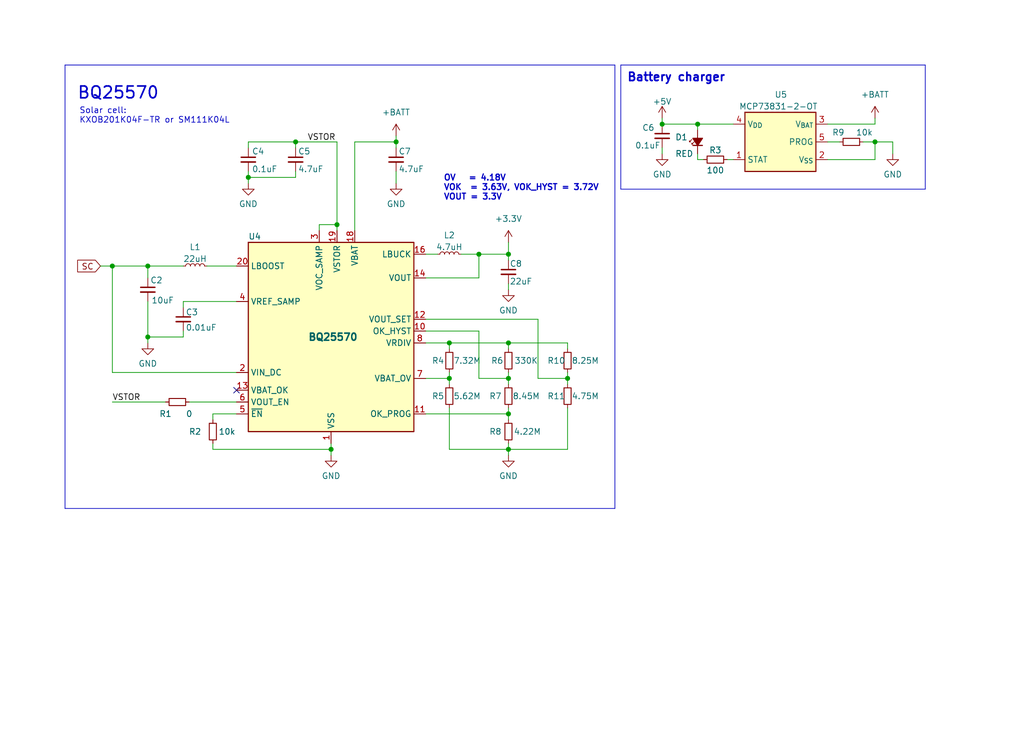
<source format=kicad_sch>
(kicad_sch (version 20230121) (generator eeschema)

  (uuid c24d3161-de37-4811-a196-7e0012afd184)

  (paper "User" 219.989 159.995)

  (lib_symbols
    (symbol "Battery_Management:BQ25570" (in_bom yes) (on_board yes)
      (property "Reference" "U?" (at -15.24 16.51 0)
        (effects (font (size 1.27 1.27)) (justify left))
      )
      (property "Value" "BQ25570" (at -2.54 -5.08 0)
        (effects (font (size 1.524 1.524) bold) (justify left))
      )
      (property "Footprint" "Package_DFN_QFN:QFN-20-1EP_3.5x3.5mm_P0.5mm_EP2x2mm" (at 7.62 33.02 0)
        (effects (font (size 1.27 1.27)) hide)
      )
      (property "Datasheet" "http://www.ti.com/lit/ds/symlink/bq25570.pdf" (at 10.16 30.48 0)
        (effects (font (size 1.27 1.27)) hide)
      )
      (property "ki_keywords" "harvester solar TEG charger li-on buck" (at 0 0 0)
        (effects (font (size 1.27 1.27)) hide)
      )
      (property "ki_description" "Nano Power Boost Charger and Buck Converter for Energy Harvester Powered Applications, QFN-20" (at 0 0 0)
        (effects (font (size 1.27 1.27)) hide)
      )
      (property "ki_fp_filters" "QFN*1EP*3.5x3.5mm*P0.5mm*" (at 0 0 0)
        (effects (font (size 1.27 1.27)) hide)
      )
      (symbol "BQ25570_0_1"
        (rectangle (start -15.24 15.24) (end 20.32 -25.4)
          (stroke (width 0.254) (type default))
          (fill (type background))
        )
      )
      (symbol "BQ25570_1_1"
        (pin power_in line (at 2.54 -27.94 90) (length 2.54)
          (name "VSS" (effects (font (size 1.27 1.27))))
          (number "1" (effects (font (size 1.27 1.27))))
        )
        (pin input line (at 22.86 -3.81 180) (length 2.54)
          (name "OK_HYST" (effects (font (size 1.27 1.27))))
          (number "10" (effects (font (size 1.27 1.27))))
        )
        (pin input line (at 22.86 -21.59 180) (length 2.54)
          (name "OK_PROG" (effects (font (size 1.27 1.27))))
          (number "11" (effects (font (size 1.27 1.27))))
        )
        (pin input line (at 22.86 -1.27 180) (length 2.54)
          (name "VOUT_SET" (effects (font (size 1.27 1.27))))
          (number "12" (effects (font (size 1.27 1.27))))
        )
        (pin output line (at -17.78 -16.51 0) (length 2.54)
          (name "VBAT_OK" (effects (font (size 1.27 1.27))))
          (number "13" (effects (font (size 1.27 1.27))))
        )
        (pin input line (at 22.86 7.62 180) (length 2.54)
          (name "VOUT" (effects (font (size 1.27 1.27))))
          (number "14" (effects (font (size 1.27 1.27))))
        )
        (pin passive line (at 2.54 -27.94 90) (length 2.54) hide
          (name "VSS" (effects (font (size 1.27 1.27))))
          (number "15" (effects (font (size 1.27 1.27))))
        )
        (pin passive line (at 22.86 12.7 180) (length 2.54)
          (name "LBUCK" (effects (font (size 1.27 1.27))))
          (number "16" (effects (font (size 1.27 1.27))))
        )
        (pin passive line (at 2.54 -27.94 90) (length 2.54) hide
          (name "VSS" (effects (font (size 1.27 1.27))))
          (number "17" (effects (font (size 1.27 1.27))))
        )
        (pin power_in line (at 7.62 17.78 270) (length 2.54)
          (name "VBAT" (effects (font (size 1.27 1.27))))
          (number "18" (effects (font (size 1.27 1.27))))
        )
        (pin power_out line (at 3.81 17.78 270) (length 2.54)
          (name "VSTOR" (effects (font (size 1.27 1.27))))
          (number "19" (effects (font (size 1.27 1.27))))
        )
        (pin power_in line (at -17.78 -12.7 0) (length 2.54)
          (name "VIN_DC" (effects (font (size 1.27 1.27))))
          (number "2" (effects (font (size 1.27 1.27))))
        )
        (pin passive line (at -17.78 10.16 0) (length 2.54)
          (name "LBOOST" (effects (font (size 1.27 1.27))))
          (number "20" (effects (font (size 1.27 1.27))))
        )
        (pin passive line (at 2.54 -27.94 90) (length 2.54) hide
          (name "VSS" (effects (font (size 1.27 1.27))))
          (number "21" (effects (font (size 1.27 1.27))))
        )
        (pin input line (at 0 17.78 270) (length 2.54)
          (name "VOC_SAMP" (effects (font (size 1.27 1.27))))
          (number "3" (effects (font (size 1.27 1.27))))
        )
        (pin passive line (at -17.78 2.54 0) (length 2.54)
          (name "VREF_SAMP" (effects (font (size 1.27 1.27))))
          (number "4" (effects (font (size 1.27 1.27))))
        )
        (pin input line (at -17.78 -21.59 0) (length 2.54)
          (name "~{EN}" (effects (font (size 1.27 1.27))))
          (number "5" (effects (font (size 1.27 1.27))))
        )
        (pin input line (at -17.78 -19.05 0) (length 2.54)
          (name "VOUT_EN" (effects (font (size 1.27 1.27))))
          (number "6" (effects (font (size 1.27 1.27))))
        )
        (pin input line (at 22.86 -13.97 180) (length 2.54)
          (name "VBAT_OV" (effects (font (size 1.27 1.27))))
          (number "7" (effects (font (size 1.27 1.27))))
        )
        (pin output line (at 22.86 -6.35 180) (length 2.54)
          (name "VRDIV" (effects (font (size 1.27 1.27))))
          (number "8" (effects (font (size 1.27 1.27))))
        )
        (pin passive line (at 2.54 -27.94 90) (length 2.54) hide
          (name "VSS" (effects (font (size 1.27 1.27))))
          (number "9" (effects (font (size 1.27 1.27))))
        )
      )
    )
    (symbol "Battery_Management:MCP73831-2-OT" (in_bom yes) (on_board yes)
      (property "Reference" "U4" (at -1.27 8.89 0)
        (effects (font (size 1.27 1.27)) (justify left))
      )
      (property "Value" "MCP73831-2-OT" (at -8.89 6.35 0)
        (effects (font (size 1.27 1.27)) (justify left))
      )
      (property "Footprint" "Package_TO_SOT_SMD:SOT-23-5" (at -15.24 24.13 0)
        (effects (font (size 1.27 1.27) italic) (justify left) hide)
      )
      (property "Datasheet" "http://ww1.microchip.com/downloads/en/DeviceDoc/20001984g.pdf" (at -2.54 26.67 0)
        (effects (font (size 1.27 1.27)) hide)
      )
      (property "ki_keywords" "battery charger lithium" (at 0 0 0)
        (effects (font (size 1.27 1.27)) hide)
      )
      (property "ki_description" "Single cell, Li-Ion/Li-Po charge management controller, 4.20V, Tri-State Status Output, in SOT23-5 package" (at 0 0 0)
        (effects (font (size 1.27 1.27)) hide)
      )
      (property "ki_fp_filters" "SOT?23*" (at 0 0 0)
        (effects (font (size 1.27 1.27)) hide)
      )
      (symbol "MCP73831-2-OT_0_1"
        (rectangle (start -7.62 5.08) (end 7.62 -7.62)
          (stroke (width 0.254) (type default))
          (fill (type background))
        )
      )
      (symbol "MCP73831-2-OT_1_1"
        (pin output line (at -10.16 -5.08 0) (length 2.54)
          (name "STAT" (effects (font (size 1.27 1.27))))
          (number "1" (effects (font (size 1.27 1.27))))
        )
        (pin power_in line (at 10.16 -5.08 180) (length 2.54)
          (name "V_{SS}" (effects (font (size 1.27 1.27))))
          (number "2" (effects (font (size 1.27 1.27))))
        )
        (pin power_out line (at 10.16 2.54 180) (length 2.54)
          (name "V_{BAT}" (effects (font (size 1.27 1.27))))
          (number "3" (effects (font (size 1.27 1.27))))
        )
        (pin power_in line (at -10.16 2.54 0) (length 2.54)
          (name "V_{DD}" (effects (font (size 1.27 1.27))))
          (number "4" (effects (font (size 1.27 1.27))))
        )
        (pin input line (at 10.16 -1.27 180) (length 2.54)
          (name "PROG" (effects (font (size 1.27 1.27))))
          (number "5" (effects (font (size 1.27 1.27))))
        )
      )
    )
    (symbol "Device:C_Small" (pin_numbers hide) (pin_names (offset 0.254) hide) (in_bom yes) (on_board yes)
      (property "Reference" "C" (at 0.254 1.778 0)
        (effects (font (size 1.27 1.27)) (justify left))
      )
      (property "Value" "C_Small" (at 0.254 -2.032 0)
        (effects (font (size 1.27 1.27)) (justify left))
      )
      (property "Footprint" "" (at 0 0 0)
        (effects (font (size 1.27 1.27)) hide)
      )
      (property "Datasheet" "~" (at 0 0 0)
        (effects (font (size 1.27 1.27)) hide)
      )
      (property "ki_keywords" "capacitor cap" (at 0 0 0)
        (effects (font (size 1.27 1.27)) hide)
      )
      (property "ki_description" "Unpolarized capacitor, small symbol" (at 0 0 0)
        (effects (font (size 1.27 1.27)) hide)
      )
      (property "ki_fp_filters" "C_*" (at 0 0 0)
        (effects (font (size 1.27 1.27)) hide)
      )
      (symbol "C_Small_0_1"
        (polyline
          (pts
            (xy -1.524 -0.508)
            (xy 1.524 -0.508)
          )
          (stroke (width 0.3302) (type default))
          (fill (type none))
        )
        (polyline
          (pts
            (xy -1.524 0.508)
            (xy 1.524 0.508)
          )
          (stroke (width 0.3048) (type default))
          (fill (type none))
        )
      )
      (symbol "C_Small_1_1"
        (pin passive line (at 0 2.54 270) (length 2.032)
          (name "~" (effects (font (size 1.27 1.27))))
          (number "1" (effects (font (size 1.27 1.27))))
        )
        (pin passive line (at 0 -2.54 90) (length 2.032)
          (name "~" (effects (font (size 1.27 1.27))))
          (number "2" (effects (font (size 1.27 1.27))))
        )
      )
    )
    (symbol "Device:LED_Small_Filled" (pin_numbers hide) (pin_names (offset 0.254) hide) (in_bom yes) (on_board yes)
      (property "Reference" "D" (at -1.27 3.175 0)
        (effects (font (size 1.27 1.27)) (justify left))
      )
      (property "Value" "LED_Small_Filled" (at -4.445 -2.54 0)
        (effects (font (size 1.27 1.27)) (justify left))
      )
      (property "Footprint" "" (at 0 0 90)
        (effects (font (size 1.27 1.27)) hide)
      )
      (property "Datasheet" "~" (at 0 0 90)
        (effects (font (size 1.27 1.27)) hide)
      )
      (property "ki_keywords" "LED diode light-emitting-diode" (at 0 0 0)
        (effects (font (size 1.27 1.27)) hide)
      )
      (property "ki_description" "Light emitting diode, small symbol, filled shape" (at 0 0 0)
        (effects (font (size 1.27 1.27)) hide)
      )
      (property "ki_fp_filters" "LED* LED_SMD:* LED_THT:*" (at 0 0 0)
        (effects (font (size 1.27 1.27)) hide)
      )
      (symbol "LED_Small_Filled_0_1"
        (polyline
          (pts
            (xy -0.762 -1.016)
            (xy -0.762 1.016)
          )
          (stroke (width 0.254) (type default))
          (fill (type none))
        )
        (polyline
          (pts
            (xy 1.016 0)
            (xy -0.762 0)
          )
          (stroke (width 0) (type default))
          (fill (type none))
        )
        (polyline
          (pts
            (xy 0.762 -1.016)
            (xy -0.762 0)
            (xy 0.762 1.016)
            (xy 0.762 -1.016)
          )
          (stroke (width 0.254) (type default))
          (fill (type outline))
        )
        (polyline
          (pts
            (xy 0 0.762)
            (xy -0.508 1.27)
            (xy -0.254 1.27)
            (xy -0.508 1.27)
            (xy -0.508 1.016)
          )
          (stroke (width 0) (type default))
          (fill (type none))
        )
        (polyline
          (pts
            (xy 0.508 1.27)
            (xy 0 1.778)
            (xy 0.254 1.778)
            (xy 0 1.778)
            (xy 0 1.524)
          )
          (stroke (width 0) (type default))
          (fill (type none))
        )
      )
      (symbol "LED_Small_Filled_1_1"
        (pin passive line (at -2.54 0 0) (length 1.778)
          (name "K" (effects (font (size 1.27 1.27))))
          (number "1" (effects (font (size 1.27 1.27))))
        )
        (pin passive line (at 2.54 0 180) (length 1.778)
          (name "A" (effects (font (size 1.27 1.27))))
          (number "2" (effects (font (size 1.27 1.27))))
        )
      )
    )
    (symbol "Device:L_Small" (pin_numbers hide) (pin_names (offset 0.254) hide) (in_bom yes) (on_board yes)
      (property "Reference" "L" (at 0.762 1.016 0)
        (effects (font (size 1.27 1.27)) (justify left))
      )
      (property "Value" "L_Small" (at 0.762 -1.016 0)
        (effects (font (size 1.27 1.27)) (justify left))
      )
      (property "Footprint" "" (at 0 0 0)
        (effects (font (size 1.27 1.27)) hide)
      )
      (property "Datasheet" "~" (at 0 0 0)
        (effects (font (size 1.27 1.27)) hide)
      )
      (property "ki_keywords" "inductor choke coil reactor magnetic" (at 0 0 0)
        (effects (font (size 1.27 1.27)) hide)
      )
      (property "ki_description" "Inductor, small symbol" (at 0 0 0)
        (effects (font (size 1.27 1.27)) hide)
      )
      (property "ki_fp_filters" "Choke_* *Coil* Inductor_* L_*" (at 0 0 0)
        (effects (font (size 1.27 1.27)) hide)
      )
      (symbol "L_Small_0_1"
        (arc (start 0 -2.032) (mid 0.5058 -1.524) (end 0 -1.016)
          (stroke (width 0) (type default))
          (fill (type none))
        )
        (arc (start 0 -1.016) (mid 0.5058 -0.508) (end 0 0)
          (stroke (width 0) (type default))
          (fill (type none))
        )
        (arc (start 0 0) (mid 0.5058 0.508) (end 0 1.016)
          (stroke (width 0) (type default))
          (fill (type none))
        )
        (arc (start 0 1.016) (mid 0.5058 1.524) (end 0 2.032)
          (stroke (width 0) (type default))
          (fill (type none))
        )
      )
      (symbol "L_Small_1_1"
        (pin passive line (at 0 2.54 270) (length 0.508)
          (name "~" (effects (font (size 1.27 1.27))))
          (number "1" (effects (font (size 1.27 1.27))))
        )
        (pin passive line (at 0 -2.54 90) (length 0.508)
          (name "~" (effects (font (size 1.27 1.27))))
          (number "2" (effects (font (size 1.27 1.27))))
        )
      )
    )
    (symbol "Device:R_Small" (pin_numbers hide) (pin_names (offset 0.254) hide) (in_bom yes) (on_board yes)
      (property "Reference" "R" (at 0.762 0.508 0)
        (effects (font (size 1.27 1.27)) (justify left))
      )
      (property "Value" "R_Small" (at 0.762 -1.016 0)
        (effects (font (size 1.27 1.27)) (justify left))
      )
      (property "Footprint" "" (at 0 0 0)
        (effects (font (size 1.27 1.27)) hide)
      )
      (property "Datasheet" "~" (at 0 0 0)
        (effects (font (size 1.27 1.27)) hide)
      )
      (property "ki_keywords" "R resistor" (at 0 0 0)
        (effects (font (size 1.27 1.27)) hide)
      )
      (property "ki_description" "Resistor, small symbol" (at 0 0 0)
        (effects (font (size 1.27 1.27)) hide)
      )
      (property "ki_fp_filters" "R_*" (at 0 0 0)
        (effects (font (size 1.27 1.27)) hide)
      )
      (symbol "R_Small_0_1"
        (rectangle (start -0.762 1.778) (end 0.762 -1.778)
          (stroke (width 0.2032) (type default))
          (fill (type none))
        )
      )
      (symbol "R_Small_1_1"
        (pin passive line (at 0 2.54 270) (length 0.762)
          (name "~" (effects (font (size 1.27 1.27))))
          (number "1" (effects (font (size 1.27 1.27))))
        )
        (pin passive line (at 0 -2.54 90) (length 0.762)
          (name "~" (effects (font (size 1.27 1.27))))
          (number "2" (effects (font (size 1.27 1.27))))
        )
      )
    )
    (symbol "power:+3.3V" (power) (pin_names (offset 0)) (in_bom yes) (on_board yes)
      (property "Reference" "#PWR" (at 0 -3.81 0)
        (effects (font (size 1.27 1.27)) hide)
      )
      (property "Value" "+3.3V" (at 0 3.556 0)
        (effects (font (size 1.27 1.27)))
      )
      (property "Footprint" "" (at 0 0 0)
        (effects (font (size 1.27 1.27)) hide)
      )
      (property "Datasheet" "" (at 0 0 0)
        (effects (font (size 1.27 1.27)) hide)
      )
      (property "ki_keywords" "global power" (at 0 0 0)
        (effects (font (size 1.27 1.27)) hide)
      )
      (property "ki_description" "Power symbol creates a global label with name \"+3.3V\"" (at 0 0 0)
        (effects (font (size 1.27 1.27)) hide)
      )
      (symbol "+3.3V_0_1"
        (polyline
          (pts
            (xy -0.762 1.27)
            (xy 0 2.54)
          )
          (stroke (width 0) (type default))
          (fill (type none))
        )
        (polyline
          (pts
            (xy 0 0)
            (xy 0 2.54)
          )
          (stroke (width 0) (type default))
          (fill (type none))
        )
        (polyline
          (pts
            (xy 0 2.54)
            (xy 0.762 1.27)
          )
          (stroke (width 0) (type default))
          (fill (type none))
        )
      )
      (symbol "+3.3V_1_1"
        (pin power_in line (at 0 0 90) (length 0) hide
          (name "+3.3V" (effects (font (size 1.27 1.27))))
          (number "1" (effects (font (size 1.27 1.27))))
        )
      )
    )
    (symbol "power:+5V" (power) (pin_names (offset 0)) (in_bom yes) (on_board yes)
      (property "Reference" "#PWR" (at 0 -3.81 0)
        (effects (font (size 1.27 1.27)) hide)
      )
      (property "Value" "+5V" (at 0 3.556 0)
        (effects (font (size 1.27 1.27)))
      )
      (property "Footprint" "" (at 0 0 0)
        (effects (font (size 1.27 1.27)) hide)
      )
      (property "Datasheet" "" (at 0 0 0)
        (effects (font (size 1.27 1.27)) hide)
      )
      (property "ki_keywords" "power-flag" (at 0 0 0)
        (effects (font (size 1.27 1.27)) hide)
      )
      (property "ki_description" "Power symbol creates a global label with name \"+5V\"" (at 0 0 0)
        (effects (font (size 1.27 1.27)) hide)
      )
      (symbol "+5V_0_1"
        (polyline
          (pts
            (xy -0.762 1.27)
            (xy 0 2.54)
          )
          (stroke (width 0) (type default))
          (fill (type none))
        )
        (polyline
          (pts
            (xy 0 0)
            (xy 0 2.54)
          )
          (stroke (width 0) (type default))
          (fill (type none))
        )
        (polyline
          (pts
            (xy 0 2.54)
            (xy 0.762 1.27)
          )
          (stroke (width 0) (type default))
          (fill (type none))
        )
      )
      (symbol "+5V_1_1"
        (pin power_in line (at 0 0 90) (length 0) hide
          (name "+5V" (effects (font (size 1.27 1.27))))
          (number "1" (effects (font (size 1.27 1.27))))
        )
      )
    )
    (symbol "power:+BATT" (power) (pin_names (offset 0)) (in_bom yes) (on_board yes)
      (property "Reference" "#PWR" (at 0 -3.81 0)
        (effects (font (size 1.27 1.27)) hide)
      )
      (property "Value" "+BATT" (at 0 3.556 0)
        (effects (font (size 1.27 1.27)))
      )
      (property "Footprint" "" (at 0 0 0)
        (effects (font (size 1.27 1.27)) hide)
      )
      (property "Datasheet" "" (at 0 0 0)
        (effects (font (size 1.27 1.27)) hide)
      )
      (property "ki_keywords" "global power battery" (at 0 0 0)
        (effects (font (size 1.27 1.27)) hide)
      )
      (property "ki_description" "Power symbol creates a global label with name \"+BATT\"" (at 0 0 0)
        (effects (font (size 1.27 1.27)) hide)
      )
      (symbol "+BATT_0_1"
        (polyline
          (pts
            (xy -0.762 1.27)
            (xy 0 2.54)
          )
          (stroke (width 0) (type default))
          (fill (type none))
        )
        (polyline
          (pts
            (xy 0 0)
            (xy 0 2.54)
          )
          (stroke (width 0) (type default))
          (fill (type none))
        )
        (polyline
          (pts
            (xy 0 2.54)
            (xy 0.762 1.27)
          )
          (stroke (width 0) (type default))
          (fill (type none))
        )
      )
      (symbol "+BATT_1_1"
        (pin power_in line (at 0 0 90) (length 0) hide
          (name "+BATT" (effects (font (size 1.27 1.27))))
          (number "1" (effects (font (size 1.27 1.27))))
        )
      )
    )
    (symbol "power:GND" (power) (pin_names (offset 0)) (in_bom yes) (on_board yes)
      (property "Reference" "#PWR" (at 0 -6.35 0)
        (effects (font (size 1.27 1.27)) hide)
      )
      (property "Value" "GND" (at 0 -3.81 0)
        (effects (font (size 1.27 1.27)))
      )
      (property "Footprint" "" (at 0 0 0)
        (effects (font (size 1.27 1.27)) hide)
      )
      (property "Datasheet" "" (at 0 0 0)
        (effects (font (size 1.27 1.27)) hide)
      )
      (property "ki_keywords" "global power" (at 0 0 0)
        (effects (font (size 1.27 1.27)) hide)
      )
      (property "ki_description" "Power symbol creates a global label with name \"GND\" , ground" (at 0 0 0)
        (effects (font (size 1.27 1.27)) hide)
      )
      (symbol "GND_0_1"
        (polyline
          (pts
            (xy 0 0)
            (xy 0 -1.27)
            (xy 1.27 -1.27)
            (xy 0 -2.54)
            (xy -1.27 -1.27)
            (xy 0 -1.27)
          )
          (stroke (width 0) (type default))
          (fill (type none))
        )
      )
      (symbol "GND_1_1"
        (pin power_in line (at 0 0 270) (length 0) hide
          (name "GND" (effects (font (size 1.27 1.27))))
          (number "1" (effects (font (size 1.27 1.27))))
        )
      )
    )
  )

  (junction (at 109.22 96.52) (diameter 0) (color 0 0 0 0)
    (uuid 0ae3f3c8-23bd-435d-8eb7-d519334aac0f)
  )
  (junction (at 149.86 26.67) (diameter 0) (color 0 0 0 0)
    (uuid 0bb75798-0274-469b-bd58-ff18b14db33e)
  )
  (junction (at 63.5 30.48) (diameter 0) (color 0 0 0 0)
    (uuid 1c72ef3e-47d9-40ca-b827-38e4eeb17752)
  )
  (junction (at 109.22 88.9) (diameter 0) (color 0 0 0 0)
    (uuid 27c39109-7e11-4299-9166-e1b292d4720c)
  )
  (junction (at 109.22 81.28) (diameter 0) (color 0 0 0 0)
    (uuid 3ce03845-6dc3-4d11-8d59-532c9a43829b)
  )
  (junction (at 187.96 30.48) (diameter 0) (color 0 0 0 0)
    (uuid 465318d0-429b-48a5-bee7-f2e3a451d368)
  )
  (junction (at 96.52 73.66) (diameter 0) (color 0 0 0 0)
    (uuid 469f42fa-8296-471e-8ad9-bac10428eefe)
  )
  (junction (at 71.12 96.52) (diameter 0) (color 0 0 0 0)
    (uuid 4a81d2bf-68b3-4b03-9876-872b411163f8)
  )
  (junction (at 53.34 38.1) (diameter 0) (color 0 0 0 0)
    (uuid 517551fe-7f6b-4075-af83-a49f459e4093)
  )
  (junction (at 24.13 57.15) (diameter 0) (color 0 0 0 0)
    (uuid 5e41683d-3c8a-4432-8455-19850161189c)
  )
  (junction (at 72.39 48.26) (diameter 0) (color 0 0 0 0)
    (uuid 606b2e29-3594-46c3-8cda-40e3a0ca7b9b)
  )
  (junction (at 31.75 72.39) (diameter 0) (color 0 0 0 0)
    (uuid 6b62d358-e9eb-495a-a727-89ea3441876c)
  )
  (junction (at 121.92 81.28) (diameter 0) (color 0 0 0 0)
    (uuid 8ef8e3dc-db81-488d-8a82-47de43f2568b)
  )
  (junction (at 96.52 81.28) (diameter 0) (color 0 0 0 0)
    (uuid bafd348d-8c2f-4ea6-ac16-cad81cb81896)
  )
  (junction (at 142.24 26.67) (diameter 0) (color 0 0 0 0)
    (uuid d13e1d1b-7383-42c5-9e43-11ded1e99aa6)
  )
  (junction (at 109.22 54.61) (diameter 0) (color 0 0 0 0)
    (uuid e5109bad-a40e-4d45-8cb6-2c8eaa50ec09)
  )
  (junction (at 102.87 54.61) (diameter 0) (color 0 0 0 0)
    (uuid e91a653a-7a17-4ca3-adff-443df0d2b9d2)
  )
  (junction (at 31.75 57.15) (diameter 0) (color 0 0 0 0)
    (uuid ec1f3f80-f39a-4aad-968c-beefd5f7fac0)
  )
  (junction (at 109.22 73.66) (diameter 0) (color 0 0 0 0)
    (uuid f40a7c35-e3c2-4dab-9726-ce7ac0fe5d02)
  )
  (junction (at 85.09 30.48) (diameter 0) (color 0 0 0 0)
    (uuid f88ab162-aabf-4605-9b73-3bf9bdd39f04)
  )

  (no_connect (at 50.8 83.82) (uuid 3172c8f2-54b2-4a99-a5af-1a2f8de30897))

  (wire (pts (xy 24.13 80.01) (xy 50.8 80.01))
    (stroke (width 0) (type default))
    (uuid 017559d1-1b9d-4fe4-b65f-5d5d6c7eb174)
  )
  (polyline (pts (xy 133.35 13.97) (xy 198.755 13.97))
    (stroke (width 0) (type default))
    (uuid 0190fedf-1b07-447a-89da-00eb92e497af)
  )

  (wire (pts (xy 109.22 73.66) (xy 121.92 73.66))
    (stroke (width 0) (type default))
    (uuid 020d4633-dfc0-475d-bac8-9ebf70925b6b)
  )
  (wire (pts (xy 72.39 49.53) (xy 72.39 48.26))
    (stroke (width 0) (type default))
    (uuid 071c2948-7f8e-403d-8ce7-7f55c3a4bda6)
  )
  (wire (pts (xy 109.22 54.61) (xy 109.22 55.88))
    (stroke (width 0) (type default))
    (uuid 089b7887-5a6d-43f2-a57e-1c2f9370a1da)
  )
  (wire (pts (xy 91.44 54.61) (xy 93.98 54.61))
    (stroke (width 0) (type default))
    (uuid 0a944577-97e8-490c-9e57-a2b16fb8712e)
  )
  (wire (pts (xy 102.87 54.61) (xy 99.06 54.61))
    (stroke (width 0) (type default))
    (uuid 0d3a204c-b3d3-42ca-a8b1-a118e4189440)
  )
  (polyline (pts (xy 133.35 13.97) (xy 133.35 40.64))
    (stroke (width 0) (type default))
    (uuid 0eca01b6-e440-43e4-8888-acafb8db8ea7)
  )

  (wire (pts (xy 109.22 80.01) (xy 109.22 81.28))
    (stroke (width 0) (type default))
    (uuid 10fb2b23-606f-4ef7-9803-f52dcee593e3)
  )
  (wire (pts (xy 85.09 36.83) (xy 85.09 39.37))
    (stroke (width 0) (type default))
    (uuid 14130ed2-4cda-4042-9fd6-9ad115e33f40)
  )
  (wire (pts (xy 40.64 86.36) (xy 50.8 86.36))
    (stroke (width 0) (type default))
    (uuid 1514f469-faec-49f7-887c-a94c884db251)
  )
  (wire (pts (xy 121.92 96.52) (xy 121.92 87.63))
    (stroke (width 0) (type default))
    (uuid 19b00c35-059d-4a8f-b005-6339505ae90c)
  )
  (wire (pts (xy 187.96 25.4) (xy 187.96 26.67))
    (stroke (width 0) (type default))
    (uuid 1eecf459-5bb4-499d-a781-e72e37c662b3)
  )
  (wire (pts (xy 63.5 30.48) (xy 63.5 31.75))
    (stroke (width 0) (type default))
    (uuid 2483c5c4-6ab9-4a80-bc0f-2a5deb14709e)
  )
  (wire (pts (xy 31.75 57.15) (xy 39.37 57.15))
    (stroke (width 0) (type default))
    (uuid 258356b2-26a3-4309-b5e9-583c79fd1d11)
  )
  (wire (pts (xy 53.34 38.1) (xy 63.5 38.1))
    (stroke (width 0) (type default))
    (uuid 25bc64a8-9840-472d-bcd0-6ecae14f087e)
  )
  (wire (pts (xy 53.34 30.48) (xy 63.5 30.48))
    (stroke (width 0) (type default))
    (uuid 25dc9b10-5d5f-4902-9bd9-84a1055287ab)
  )
  (wire (pts (xy 91.44 59.69) (xy 102.87 59.69))
    (stroke (width 0) (type default))
    (uuid 2f4135d6-4ca2-431e-ab41-ba64fc2a8da7)
  )
  (wire (pts (xy 109.22 88.9) (xy 109.22 90.17))
    (stroke (width 0) (type default))
    (uuid 31b67eaf-2312-487c-9df6-190585a85e2f)
  )
  (wire (pts (xy 187.96 30.48) (xy 187.96 34.29))
    (stroke (width 0) (type default))
    (uuid 345cf4b0-671e-4d81-88ad-c9dc9e348849)
  )
  (wire (pts (xy 109.22 87.63) (xy 109.22 88.9))
    (stroke (width 0) (type default))
    (uuid 38e791f1-9924-4c8b-948c-70a9c937e4d2)
  )
  (polyline (pts (xy 198.755 13.97) (xy 198.755 40.64))
    (stroke (width 0) (type default))
    (uuid 3d84f989-e732-4bfb-80ce-c008d55def70)
  )

  (wire (pts (xy 177.8 26.67) (xy 187.96 26.67))
    (stroke (width 0) (type default))
    (uuid 3e1e7df1-7936-43b2-95db-11e964b7b531)
  )
  (wire (pts (xy 31.75 64.77) (xy 31.75 72.39))
    (stroke (width 0) (type default))
    (uuid 3fc1e745-aadf-4342-8837-106417fe97f1)
  )
  (wire (pts (xy 24.13 57.15) (xy 31.75 57.15))
    (stroke (width 0) (type default))
    (uuid 40e1d800-0120-425b-ab3c-d89ae77d9032)
  )
  (wire (pts (xy 102.87 54.61) (xy 109.22 54.61))
    (stroke (width 0) (type default))
    (uuid 40f4d5ad-a22f-466d-bb1f-caec327ac919)
  )
  (wire (pts (xy 121.92 80.01) (xy 121.92 81.28))
    (stroke (width 0) (type default))
    (uuid 4b7fd8a2-fb69-425b-8d93-b80f407928bd)
  )
  (wire (pts (xy 71.12 96.52) (xy 71.12 97.79))
    (stroke (width 0) (type default))
    (uuid 4e23dd80-f9b2-4fa9-b0e8-c04d2e7d7f8e)
  )
  (polyline (pts (xy 13.97 13.97) (xy 13.97 109.22))
    (stroke (width 0) (type default))
    (uuid 4ec6457a-162e-4f01-8b13-ba89c8b548a3)
  )

  (wire (pts (xy 63.5 38.1) (xy 63.5 36.83))
    (stroke (width 0) (type default))
    (uuid 50d8fa39-9588-4565-8aa5-fb92b11d86d0)
  )
  (wire (pts (xy 96.52 96.52) (xy 109.22 96.52))
    (stroke (width 0) (type default))
    (uuid 5261064f-eb43-4ff5-b4b8-5ed09c45fbc1)
  )
  (wire (pts (xy 109.22 96.52) (xy 121.92 96.52))
    (stroke (width 0) (type default))
    (uuid 538f2a0b-fa19-48b1-90ea-a7f60b4f61f6)
  )
  (wire (pts (xy 102.87 81.28) (xy 109.22 81.28))
    (stroke (width 0) (type default))
    (uuid 53bb6c1b-03f9-4975-aeaf-93a87cfdb1d1)
  )
  (wire (pts (xy 121.92 81.28) (xy 121.92 82.55))
    (stroke (width 0) (type default))
    (uuid 54fcca4d-c2d3-49bc-b08b-bdb712bcd50e)
  )
  (wire (pts (xy 91.44 88.9) (xy 109.22 88.9))
    (stroke (width 0) (type default))
    (uuid 58de4eb4-cbe5-40f8-9d0d-c1c041069bad)
  )
  (wire (pts (xy 53.34 31.75) (xy 53.34 30.48))
    (stroke (width 0) (type default))
    (uuid 59b57966-8cd8-42fc-a027-2547f598bf50)
  )
  (wire (pts (xy 96.52 73.66) (xy 109.22 73.66))
    (stroke (width 0) (type default))
    (uuid 5a414f2a-34fa-4cbb-a1d8-f4859c232de9)
  )
  (wire (pts (xy 91.44 68.58) (xy 115.57 68.58))
    (stroke (width 0) (type default))
    (uuid 5bb19ec8-a458-45bb-9a4f-1c42a996b133)
  )
  (wire (pts (xy 31.75 73.66) (xy 31.75 72.39))
    (stroke (width 0) (type default))
    (uuid 759e71ac-c8b8-4821-93b6-13a92cd58766)
  )
  (wire (pts (xy 102.87 71.12) (xy 102.87 81.28))
    (stroke (width 0) (type default))
    (uuid 8136299e-1008-4246-a831-e5a4d8616fe6)
  )
  (wire (pts (xy 68.58 49.53) (xy 68.58 48.26))
    (stroke (width 0) (type default))
    (uuid 81e0f0c2-3351-4bdb-b725-ba377fd9cfa4)
  )
  (wire (pts (xy 109.22 96.52) (xy 109.22 97.79))
    (stroke (width 0) (type default))
    (uuid 825fb078-1e18-4242-99fc-85679339bd3e)
  )
  (wire (pts (xy 115.57 81.28) (xy 121.92 81.28))
    (stroke (width 0) (type default))
    (uuid 82e2c098-ef26-4cb7-8379-a3d340bed781)
  )
  (wire (pts (xy 39.37 71.12) (xy 39.37 72.39))
    (stroke (width 0) (type default))
    (uuid 82ed457f-e925-47a3-a6f5-6aad87a950ce)
  )
  (wire (pts (xy 44.45 57.15) (xy 50.8 57.15))
    (stroke (width 0) (type default))
    (uuid 83d6e6fc-2b96-4001-b92c-1f50b78e1bc0)
  )
  (wire (pts (xy 76.2 30.48) (xy 85.09 30.48))
    (stroke (width 0) (type default))
    (uuid 844bc5f3-a31d-4a72-9ace-8d551fd76996)
  )
  (polyline (pts (xy 198.755 40.64) (xy 133.35 40.64))
    (stroke (width 0) (type default))
    (uuid 87dbb691-7906-4bd7-bdf5-3bad84a48fd5)
  )

  (wire (pts (xy 149.86 34.29) (xy 151.13 34.29))
    (stroke (width 0) (type default))
    (uuid 8da47fc1-00e5-4c8b-ae39-1875017751f8)
  )
  (wire (pts (xy 21.59 57.15) (xy 24.13 57.15))
    (stroke (width 0) (type default))
    (uuid 8e708419-1b37-43f4-bb3a-623acd489d54)
  )
  (wire (pts (xy 177.8 34.29) (xy 187.96 34.29))
    (stroke (width 0) (type default))
    (uuid 8eb7fb76-123d-416b-b4de-367565e5ad2f)
  )
  (wire (pts (xy 91.44 71.12) (xy 102.87 71.12))
    (stroke (width 0) (type default))
    (uuid 8f2d5794-69eb-4144-a017-0af56d8ef787)
  )
  (wire (pts (xy 39.37 66.04) (xy 39.37 64.77))
    (stroke (width 0) (type default))
    (uuid 8fcbc906-dff7-4e4f-8da6-266d08dbcdf5)
  )
  (wire (pts (xy 45.72 88.9) (xy 50.8 88.9))
    (stroke (width 0) (type default))
    (uuid 91258502-443d-4f94-aed4-62ef0f9e4f49)
  )
  (wire (pts (xy 156.21 34.29) (xy 157.48 34.29))
    (stroke (width 0) (type default))
    (uuid 9366af97-d218-4dc5-969e-05acba3270cf)
  )
  (wire (pts (xy 24.13 86.36) (xy 35.56 86.36))
    (stroke (width 0) (type default))
    (uuid 98c99771-1cea-4732-a782-4fa7e56e7613)
  )
  (wire (pts (xy 102.87 59.69) (xy 102.87 54.61))
    (stroke (width 0) (type default))
    (uuid 9a8446e2-173a-47fa-b0af-18a412ddbfb4)
  )
  (wire (pts (xy 96.52 81.28) (xy 96.52 82.55))
    (stroke (width 0) (type default))
    (uuid 9b8a86e8-0beb-4a78-876e-1345953669cc)
  )
  (wire (pts (xy 142.24 25.4) (xy 142.24 26.67))
    (stroke (width 0) (type default))
    (uuid 9c612699-0b1a-475a-a0e7-eded090fc0ef)
  )
  (wire (pts (xy 109.22 81.28) (xy 109.22 82.55))
    (stroke (width 0) (type default))
    (uuid 9e3735fa-fc9a-429f-996a-7e0eaeaef50a)
  )
  (wire (pts (xy 177.8 30.48) (xy 180.34 30.48))
    (stroke (width 0) (type default))
    (uuid 9e6f36a4-1d0f-4524-ad3f-a6de0c3a8790)
  )
  (wire (pts (xy 149.86 26.67) (xy 149.86 27.94))
    (stroke (width 0) (type default))
    (uuid 9f02053b-2768-4195-9164-bd4d599bb780)
  )
  (wire (pts (xy 115.57 68.58) (xy 115.57 81.28))
    (stroke (width 0) (type default))
    (uuid a1bad6d1-e05f-491a-a44d-266af2912fe8)
  )
  (wire (pts (xy 39.37 64.77) (xy 50.8 64.77))
    (stroke (width 0) (type default))
    (uuid a2170609-54c0-41af-aab8-1c28a0a7c1a3)
  )
  (wire (pts (xy 185.42 30.48) (xy 187.96 30.48))
    (stroke (width 0) (type default))
    (uuid a6a0f227-7644-4ae7-8ded-2bab55752ebb)
  )
  (polyline (pts (xy 132.08 13.97) (xy 132.08 109.22))
    (stroke (width 0) (type default))
    (uuid aa3b7f94-8843-42d9-ab21-b3fe2aaf931a)
  )

  (wire (pts (xy 24.13 57.15) (xy 24.13 80.01))
    (stroke (width 0) (type default))
    (uuid aec6bd4d-3a54-44c5-8e05-6b146b6172cc)
  )
  (wire (pts (xy 45.72 96.52) (xy 71.12 96.52))
    (stroke (width 0) (type default))
    (uuid aed92950-d0fc-48cd-9d26-e67c00ca6dad)
  )
  (wire (pts (xy 85.09 29.21) (xy 85.09 30.48))
    (stroke (width 0) (type default))
    (uuid b09c017c-42c8-4696-a92a-4913562473fa)
  )
  (wire (pts (xy 68.58 48.26) (xy 72.39 48.26))
    (stroke (width 0) (type default))
    (uuid b394c8a3-6382-4f66-8a08-f1be70b700ec)
  )
  (wire (pts (xy 109.22 52.07) (xy 109.22 54.61))
    (stroke (width 0) (type default))
    (uuid b478c990-7710-4038-8b0b-ea592b7350ed)
  )
  (wire (pts (xy 71.12 95.25) (xy 71.12 96.52))
    (stroke (width 0) (type default))
    (uuid b875bbf9-bc3c-4a5d-85ac-5f20d662b185)
  )
  (wire (pts (xy 142.24 31.75) (xy 142.24 33.02))
    (stroke (width 0) (type default))
    (uuid bac76a8d-cdce-4edb-85c2-873600176006)
  )
  (wire (pts (xy 149.86 26.67) (xy 157.48 26.67))
    (stroke (width 0) (type default))
    (uuid bc4b7763-be1f-4103-8755-07d2f5a87b87)
  )
  (wire (pts (xy 96.52 80.01) (xy 96.52 81.28))
    (stroke (width 0) (type default))
    (uuid bcb7834d-f85f-4842-b47d-801cbe42d6ef)
  )
  (polyline (pts (xy 132.08 109.22) (xy 13.97 109.22))
    (stroke (width 0) (type default))
    (uuid bcb9e0ec-6953-4b71-b5d9-327839bcbc88)
  )

  (wire (pts (xy 109.22 73.66) (xy 109.22 74.93))
    (stroke (width 0) (type default))
    (uuid be87ac5b-56f7-4742-a3d1-f70a65845ad6)
  )
  (wire (pts (xy 45.72 95.25) (xy 45.72 96.52))
    (stroke (width 0) (type default))
    (uuid c0a890cc-ff23-4d65-9c7e-f9adadcb5379)
  )
  (wire (pts (xy 85.09 30.48) (xy 85.09 31.75))
    (stroke (width 0) (type default))
    (uuid c1dfa4c4-5de7-4e6c-92db-247557169378)
  )
  (polyline (pts (xy 13.97 13.97) (xy 132.08 13.97))
    (stroke (width 0) (type default))
    (uuid c23f24db-0ce7-4859-9ebc-ede76f02e4ba)
  )

  (wire (pts (xy 109.22 60.96) (xy 109.22 62.23))
    (stroke (width 0) (type default))
    (uuid c2d2aa7b-f385-48d0-b16a-fa36bb51c177)
  )
  (wire (pts (xy 91.44 81.28) (xy 96.52 81.28))
    (stroke (width 0) (type default))
    (uuid c411dbf0-dca0-416c-9e7a-0abd1e9f4263)
  )
  (wire (pts (xy 96.52 73.66) (xy 96.52 74.93))
    (stroke (width 0) (type default))
    (uuid c4de1cfb-50ae-4679-bb53-6a47723e2e8d)
  )
  (wire (pts (xy 109.22 95.25) (xy 109.22 96.52))
    (stroke (width 0) (type default))
    (uuid c5d7addc-8fe0-46c6-b0c1-68a5b8e78c9d)
  )
  (wire (pts (xy 76.2 30.48) (xy 76.2 49.53))
    (stroke (width 0) (type default))
    (uuid c6ee2774-bc46-4bb4-9e88-7d7c14c8a18b)
  )
  (wire (pts (xy 149.86 33.02) (xy 149.86 34.29))
    (stroke (width 0) (type default))
    (uuid cb65f754-52a7-45e4-86b8-6debc292f369)
  )
  (wire (pts (xy 31.75 59.69) (xy 31.75 57.15))
    (stroke (width 0) (type default))
    (uuid d149e7ff-dd9a-421f-b6d8-cb29debd3d7e)
  )
  (wire (pts (xy 142.24 26.67) (xy 149.86 26.67))
    (stroke (width 0) (type default))
    (uuid d8956396-e59c-4350-8368-80db88db4843)
  )
  (wire (pts (xy 31.75 72.39) (xy 39.37 72.39))
    (stroke (width 0) (type default))
    (uuid de8a51af-eddd-41fe-ba16-10ce227e7684)
  )
  (wire (pts (xy 45.72 88.9) (xy 45.72 90.17))
    (stroke (width 0) (type default))
    (uuid e079e909-636d-4c3f-829d-90480d65cd78)
  )
  (wire (pts (xy 72.39 48.26) (xy 72.39 30.48))
    (stroke (width 0) (type default))
    (uuid e30b2f00-2316-46c7-b4c3-41afe21fc8c7)
  )
  (wire (pts (xy 191.77 30.48) (xy 187.96 30.48))
    (stroke (width 0) (type default))
    (uuid e4bc8ef0-4388-41b6-a13a-34df6ca495b0)
  )
  (wire (pts (xy 91.44 73.66) (xy 96.52 73.66))
    (stroke (width 0) (type default))
    (uuid e6136115-b308-4dc3-baa2-1df5fbf1bb2b)
  )
  (wire (pts (xy 53.34 36.83) (xy 53.34 38.1))
    (stroke (width 0) (type default))
    (uuid e64ec653-9a93-45f7-b235-3d9710996674)
  )
  (wire (pts (xy 63.5 30.48) (xy 72.39 30.48))
    (stroke (width 0) (type default))
    (uuid f14e4e66-1977-415d-8107-e6496a75e0d4)
  )
  (wire (pts (xy 121.92 73.66) (xy 121.92 74.93))
    (stroke (width 0) (type default))
    (uuid f1bcf017-4588-4c2c-9fe9-93e37f72c231)
  )
  (wire (pts (xy 191.77 30.48) (xy 191.77 33.02))
    (stroke (width 0) (type default))
    (uuid f8c82912-9847-4903-94f5-74333995d811)
  )
  (wire (pts (xy 53.34 38.1) (xy 53.34 39.37))
    (stroke (width 0) (type default))
    (uuid fab6b52e-6b91-4f21-8755-c6424fd72753)
  )
  (wire (pts (xy 96.52 87.63) (xy 96.52 96.52))
    (stroke (width 0) (type default))
    (uuid fc78d742-4ad0-48ec-98e1-c1bf48967a20)
  )

  (text "OV   = 4.18V\nVOK  = 3.63V, VOK_HYST = 3.72V\nVOUT = 3.3V"
    (at 95.25 43.18 0)
    (effects (font (size 1.27 1.27) (thickness 0.254) bold) (justify left bottom))
    (uuid 126bf80f-a6f9-4d8b-b926-d118d6036224)
  )
  (text "Battery charger" (at 134.62 17.78 0)
    (effects (font (size 1.778 1.778) (thickness 0.3556) bold) (justify left bottom))
    (uuid 35858d03-d076-4b79-8d45-d7d595b62301)
  )
  (text "BQ25570" (at 16.51 21.59 0)
    (effects (font (size 2.54 2.54) (thickness 0.3556) bold) (justify left bottom))
    (uuid 504c7c4d-d3fd-43f8-a1c0-eb693e90f4fc)
  )
  (text "Solar cell:\nKXOB201K04F-TR or SM111K04L" (at 17.018 26.67 0)
    (effects (font (size 1.27 1.27)) (justify left bottom))
    (uuid c4cd3d91-7e45-4b23-9938-463d923addd1)
  )

  (label "VSTOR" (at 24.13 86.36 0) (fields_autoplaced)
    (effects (font (size 1.27 1.27)) (justify left bottom))
    (uuid 5cf70ece-bb4f-4d98-a9b5-67ad46787745)
  )
  (label "VSTOR" (at 66.04 30.48 0) (fields_autoplaced)
    (effects (font (size 1.27 1.27)) (justify left bottom))
    (uuid 6a8274be-be4e-4007-90b1-0991051d6503)
  )

  (global_label "SC" (shape input) (at 21.59 57.15 180) (fields_autoplaced)
    (effects (font (size 1.27 1.27)) (justify right))
    (uuid 6e55b9a1-8541-4939-9ed9-0baa877a98b1)
    (property "Intersheetrefs" "${INTERSHEET_REFS}" (at 16.2047 57.15 0)
      (effects (font (size 1.27 1.27)) (justify right) hide)
    )
  )

  (symbol (lib_id "Device:LED_Small_Filled") (at 149.86 30.48 90) (unit 1)
    (in_bom yes) (on_board yes) (dnp no)
    (uuid 075ac708-e565-409e-8034-cdcb9767cae9)
    (property "Reference" "D1" (at 145.034 29.464 90)
      (effects (font (size 1.27 1.27)) (justify right))
    )
    (property "Value" "RED" (at 145.034 33.02 90)
      (effects (font (size 1.27 1.27)) (justify right))
    )
    (property "Footprint" "LED_SMD:LED_0603_1608Metric_Pad1.05x0.95mm_HandSolder" (at 149.86 30.48 90)
      (effects (font (size 1.27 1.27)) hide)
    )
    (property "Datasheet" "~" (at 149.86 30.48 90)
      (effects (font (size 1.27 1.27)) hide)
    )
    (pin "1" (uuid 6cc96157-d868-4c9b-8398-353bebcac2df))
    (pin "2" (uuid 9c2f19c0-ef07-4c78-b2ca-bd013002aef0))
    (instances
      (project "HomeEnvSensor"
        (path "/16818c13-baad-4d43-b4c0-c389dfc2d89f"
          (reference "D1") (unit 1)
        )
        (path "/16818c13-baad-4d43-b4c0-c389dfc2d89f/0b0ac4ed-294a-4d6f-9191-cdc4ed8e4f2e"
          (reference "D1") (unit 1)
        )
      )
      (project "PWR"
        (path "/65265907-6721-4f79-b3a8-f708d4e7460b"
          (reference "D1") (unit 1)
        )
      )
    )
  )

  (symbol (lib_id "power:+3.3V") (at 109.22 52.07 0) (unit 1)
    (in_bom yes) (on_board yes) (dnp no) (fields_autoplaced)
    (uuid 0ee9b006-1840-42ed-aa37-a9199de2e899)
    (property "Reference" "#PWR03" (at 109.22 55.88 0)
      (effects (font (size 1.27 1.27)) hide)
    )
    (property "Value" "+3.3V" (at 109.22 46.99 0)
      (effects (font (size 1.27 1.27)))
    )
    (property "Footprint" "" (at 109.22 52.07 0)
      (effects (font (size 1.27 1.27)) hide)
    )
    (property "Datasheet" "" (at 109.22 52.07 0)
      (effects (font (size 1.27 1.27)) hide)
    )
    (pin "1" (uuid d8a77131-7268-476c-b6bd-be8ab60765cf))
    (instances
      (project "HomeEnvSensor"
        (path "/16818c13-baad-4d43-b4c0-c389dfc2d89f"
          (reference "#PWR03") (unit 1)
        )
        (path "/16818c13-baad-4d43-b4c0-c389dfc2d89f/a56cbb49-e4a5-41df-a4ea-6e9eb716ca11"
          (reference "#PWR01") (unit 1)
        )
        (path "/16818c13-baad-4d43-b4c0-c389dfc2d89f/0b0ac4ed-294a-4d6f-9191-cdc4ed8e4f2e"
          (reference "#PWR09") (unit 1)
        )
      )
    )
  )

  (symbol (lib_id "Device:C_Small") (at 109.22 58.42 0) (unit 1)
    (in_bom yes) (on_board yes) (dnp no)
    (uuid 0fa580f3-99bd-4149-b0b3-54bd4eb4b613)
    (property "Reference" "C8" (at 109.474 56.642 0)
      (effects (font (size 1.27 1.27)) (justify left))
    )
    (property "Value" "22uF" (at 109.474 60.452 0)
      (effects (font (size 1.27 1.27)) (justify left))
    )
    (property "Footprint" "Capacitor_SMD:C_0805_2012Metric_Pad1.18x1.45mm_HandSolder" (at 109.22 58.42 0)
      (effects (font (size 1.27 1.27)) hide)
    )
    (property "Datasheet" "~" (at 109.22 58.42 0)
      (effects (font (size 1.27 1.27)) hide)
    )
    (pin "1" (uuid e7cc3b99-d355-4113-9ce3-df02ee5570ab))
    (pin "2" (uuid fe705733-83f0-4e0c-af97-2dc306ffd7f5))
    (instances
      (project "HomeEnvSensor"
        (path "/16818c13-baad-4d43-b4c0-c389dfc2d89f"
          (reference "C8") (unit 1)
        )
        (path "/16818c13-baad-4d43-b4c0-c389dfc2d89f/0b0ac4ed-294a-4d6f-9191-cdc4ed8e4f2e"
          (reference "C8") (unit 1)
        )
      )
      (project "PWR"
        (path "/65265907-6721-4f79-b3a8-f708d4e7460b"
          (reference "C6") (unit 1)
        )
      )
    )
  )

  (symbol (lib_id "Device:R_Small") (at 121.92 85.09 180) (unit 1)
    (in_bom yes) (on_board yes) (dnp no)
    (uuid 14098aa2-5777-4f0b-8177-708666a674fb)
    (property "Reference" "R11" (at 119.507 85.09 0)
      (effects (font (size 1.27 1.27)))
    )
    (property "Value" "4.75M" (at 125.73 85.09 0)
      (effects (font (size 1.27 1.27)))
    )
    (property "Footprint" "Resistor_SMD:R_0603_1608Metric_Pad0.98x0.95mm_HandSolder" (at 121.92 85.09 0)
      (effects (font (size 1.27 1.27)) hide)
    )
    (property "Datasheet" "~" (at 121.92 85.09 0)
      (effects (font (size 1.27 1.27)) hide)
    )
    (pin "1" (uuid 441d086b-060f-424a-9779-ee278e5b4d9c))
    (pin "2" (uuid c17f64db-aa17-48a4-8231-f08acb1436fa))
    (instances
      (project "HomeEnvSensor"
        (path "/16818c13-baad-4d43-b4c0-c389dfc2d89f"
          (reference "R11") (unit 1)
        )
        (path "/16818c13-baad-4d43-b4c0-c389dfc2d89f/0b0ac4ed-294a-4d6f-9191-cdc4ed8e4f2e"
          (reference "R11") (unit 1)
        )
      )
      (project "PWR"
        (path "/65265907-6721-4f79-b3a8-f708d4e7460b"
          (reference "R11") (unit 1)
        )
      )
    )
  )

  (symbol (lib_id "Device:C_Small") (at 39.37 68.58 0) (unit 1)
    (in_bom yes) (on_board yes) (dnp no)
    (uuid 19875d19-9333-4d65-a9d8-b37fa0159a21)
    (property "Reference" "C3" (at 39.878 67.056 0)
      (effects (font (size 1.27 1.27)) (justify left))
    )
    (property "Value" "0.01uF" (at 39.878 70.358 0)
      (effects (font (size 1.27 1.27)) (justify left))
    )
    (property "Footprint" "Capacitor_SMD:C_0402_1005Metric_Pad0.74x0.62mm_HandSolder" (at 39.37 68.58 0)
      (effects (font (size 1.27 1.27)) hide)
    )
    (property "Datasheet" "~" (at 39.37 68.58 0)
      (effects (font (size 1.27 1.27)) hide)
    )
    (pin "1" (uuid f7848429-000d-4b4c-815f-a2988558d30d))
    (pin "2" (uuid 0123ed3b-51bc-4227-a363-17de355af43c))
    (instances
      (project "HomeEnvSensor"
        (path "/16818c13-baad-4d43-b4c0-c389dfc2d89f"
          (reference "C3") (unit 1)
        )
        (path "/16818c13-baad-4d43-b4c0-c389dfc2d89f/0b0ac4ed-294a-4d6f-9191-cdc4ed8e4f2e"
          (reference "C3") (unit 1)
        )
      )
      (project "PWR"
        (path "/65265907-6721-4f79-b3a8-f708d4e7460b"
          (reference "C8") (unit 1)
        )
      )
    )
  )

  (symbol (lib_id "Device:R_Small") (at 121.92 77.47 180) (unit 1)
    (in_bom yes) (on_board yes) (dnp no)
    (uuid 22c284b5-428f-4a6f-822f-b3f758d16dbb)
    (property "Reference" "R10" (at 119.507 77.47 0)
      (effects (font (size 1.27 1.27)))
    )
    (property "Value" "8.25M" (at 125.73 77.47 0)
      (effects (font (size 1.27 1.27)))
    )
    (property "Footprint" "Resistor_SMD:R_0603_1608Metric_Pad0.98x0.95mm_HandSolder" (at 121.92 77.47 0)
      (effects (font (size 1.27 1.27)) hide)
    )
    (property "Datasheet" "~" (at 121.92 77.47 0)
      (effects (font (size 1.27 1.27)) hide)
    )
    (pin "1" (uuid 98e68974-f5b9-4cd3-9afe-1573049736ec))
    (pin "2" (uuid 84fb5d14-5a0e-4130-9d9f-bd971c4c3a34))
    (instances
      (project "HomeEnvSensor"
        (path "/16818c13-baad-4d43-b4c0-c389dfc2d89f"
          (reference "R10") (unit 1)
        )
        (path "/16818c13-baad-4d43-b4c0-c389dfc2d89f/0b0ac4ed-294a-4d6f-9191-cdc4ed8e4f2e"
          (reference "R10") (unit 1)
        )
      )
      (project "PWR"
        (path "/65265907-6721-4f79-b3a8-f708d4e7460b"
          (reference "R8") (unit 1)
        )
      )
    )
  )

  (symbol (lib_id "Device:C_Small") (at 85.09 34.29 0) (unit 1)
    (in_bom yes) (on_board yes) (dnp no)
    (uuid 270dbbbd-03de-4ba9-bfdd-547a5d653527)
    (property "Reference" "C7" (at 85.598 32.512 0)
      (effects (font (size 1.27 1.27)) (justify left))
    )
    (property "Value" "4.7uF" (at 85.598 36.322 0)
      (effects (font (size 1.27 1.27)) (justify left))
    )
    (property "Footprint" "Capacitor_SMD:C_0603_1608Metric_Pad1.08x0.95mm_HandSolder" (at 85.09 34.29 0)
      (effects (font (size 1.27 1.27)) hide)
    )
    (property "Datasheet" "~" (at 85.09 34.29 0)
      (effects (font (size 1.27 1.27)) hide)
    )
    (pin "1" (uuid 696e2b80-645a-4a18-a093-9ee4816899b1))
    (pin "2" (uuid 30fc45d8-9897-4810-940c-82607b22ea8c))
    (instances
      (project "HomeEnvSensor"
        (path "/16818c13-baad-4d43-b4c0-c389dfc2d89f"
          (reference "C7") (unit 1)
        )
        (path "/16818c13-baad-4d43-b4c0-c389dfc2d89f/0b0ac4ed-294a-4d6f-9191-cdc4ed8e4f2e"
          (reference "C7") (unit 1)
        )
      )
      (project "PWR"
        (path "/65265907-6721-4f79-b3a8-f708d4e7460b"
          (reference "C4") (unit 1)
        )
      )
    )
  )

  (symbol (lib_id "power:+BATT") (at 85.09 29.21 0) (unit 1)
    (in_bom yes) (on_board yes) (dnp no) (fields_autoplaced)
    (uuid 2d92d1ab-f295-42b5-8de5-1ca0d2f44917)
    (property "Reference" "#PWR08" (at 85.09 33.02 0)
      (effects (font (size 1.27 1.27)) hide)
    )
    (property "Value" "+BATT" (at 85.09 24.13 0)
      (effects (font (size 1.27 1.27)))
    )
    (property "Footprint" "" (at 85.09 29.21 0)
      (effects (font (size 1.27 1.27)) hide)
    )
    (property "Datasheet" "" (at 85.09 29.21 0)
      (effects (font (size 1.27 1.27)) hide)
    )
    (pin "1" (uuid 008602e4-c3fe-4931-be18-5c230478cbc6))
    (instances
      (project "HomeEnvSensor"
        (path "/16818c13-baad-4d43-b4c0-c389dfc2d89f"
          (reference "#PWR08") (unit 1)
        )
        (path "/16818c13-baad-4d43-b4c0-c389dfc2d89f/0b0ac4ed-294a-4d6f-9191-cdc4ed8e4f2e"
          (reference "#PWR026") (unit 1)
        )
      )
    )
  )

  (symbol (lib_id "power:GND") (at 71.12 97.79 0) (unit 1)
    (in_bom yes) (on_board yes) (dnp no) (fields_autoplaced)
    (uuid 2ec11dfa-071b-43be-8767-175fd977dc03)
    (property "Reference" "#PWR016" (at 71.12 104.14 0)
      (effects (font (size 1.27 1.27)) hide)
    )
    (property "Value" "GND" (at 71.12 102.2334 0)
      (effects (font (size 1.27 1.27)))
    )
    (property "Footprint" "" (at 71.12 97.79 0)
      (effects (font (size 1.27 1.27)) hide)
    )
    (property "Datasheet" "" (at 71.12 97.79 0)
      (effects (font (size 1.27 1.27)) hide)
    )
    (pin "1" (uuid 7eb9d4ac-76a7-4d4a-b4ce-8966b55809a1))
    (instances
      (project "HomeEnvSensor"
        (path "/16818c13-baad-4d43-b4c0-c389dfc2d89f"
          (reference "#PWR016") (unit 1)
        )
        (path "/16818c13-baad-4d43-b4c0-c389dfc2d89f/0b0ac4ed-294a-4d6f-9191-cdc4ed8e4f2e"
          (reference "#PWR015") (unit 1)
        )
      )
      (project "PWR"
        (path "/65265907-6721-4f79-b3a8-f708d4e7460b"
          (reference "#PWR0102") (unit 1)
        )
      )
    )
  )

  (symbol (lib_id "Device:C_Small") (at 142.24 29.21 0) (unit 1)
    (in_bom yes) (on_board yes) (dnp no)
    (uuid 331a943d-6e70-4b0a-b40f-4de30b669405)
    (property "Reference" "C6" (at 137.922 27.432 0)
      (effects (font (size 1.27 1.27)) (justify left))
    )
    (property "Value" "0.1uF" (at 136.398 31.242 0)
      (effects (font (size 1.27 1.27)) (justify left))
    )
    (property "Footprint" "Capacitor_SMD:C_0402_1005Metric_Pad0.74x0.62mm_HandSolder" (at 142.24 29.21 0)
      (effects (font (size 1.27 1.27)) hide)
    )
    (property "Datasheet" "~" (at 142.24 29.21 0)
      (effects (font (size 1.27 1.27)) hide)
    )
    (pin "1" (uuid ddf7287b-41b4-4a2b-a248-91eceacf4adb))
    (pin "2" (uuid 764bb138-0923-4db9-96c1-45deeb1f7a2a))
    (instances
      (project "HomeEnvSensor"
        (path "/16818c13-baad-4d43-b4c0-c389dfc2d89f"
          (reference "C6") (unit 1)
        )
        (path "/16818c13-baad-4d43-b4c0-c389dfc2d89f/0b0ac4ed-294a-4d6f-9191-cdc4ed8e4f2e"
          (reference "C6") (unit 1)
        )
      )
      (project "PWR"
        (path "/65265907-6721-4f79-b3a8-f708d4e7460b"
          (reference "C13") (unit 1)
        )
      )
    )
  )

  (symbol (lib_id "Device:R_Small") (at 45.72 92.71 180) (unit 1)
    (in_bom yes) (on_board yes) (dnp no)
    (uuid 35700603-e385-43db-b4d4-a978402fd263)
    (property "Reference" "R2" (at 41.91 92.71 0)
      (effects (font (size 1.27 1.27)))
    )
    (property "Value" "10k" (at 48.768 92.71 0)
      (effects (font (size 1.27 1.27)))
    )
    (property "Footprint" "Resistor_SMD:R_0603_1608Metric_Pad0.98x0.95mm_HandSolder" (at 45.72 92.71 0)
      (effects (font (size 1.27 1.27)) hide)
    )
    (property "Datasheet" "~" (at 45.72 92.71 0)
      (effects (font (size 1.27 1.27)) hide)
    )
    (pin "1" (uuid e4ee3961-f8cf-4670-a2d0-95dba2abbf46))
    (pin "2" (uuid c5873c4a-bb93-4677-b8e8-15c33a9484b9))
    (instances
      (project "HomeEnvSensor"
        (path "/16818c13-baad-4d43-b4c0-c389dfc2d89f"
          (reference "R2") (unit 1)
        )
        (path "/16818c13-baad-4d43-b4c0-c389dfc2d89f/0b0ac4ed-294a-4d6f-9191-cdc4ed8e4f2e"
          (reference "R2") (unit 1)
        )
      )
      (project "PWR"
        (path "/65265907-6721-4f79-b3a8-f708d4e7460b"
          (reference "R13") (unit 1)
        )
      )
    )
  )

  (symbol (lib_id "Device:C_Small") (at 31.75 62.23 0) (unit 1)
    (in_bom yes) (on_board yes) (dnp no)
    (uuid 359c3917-51f6-47c4-9718-3a2853310b07)
    (property "Reference" "C2" (at 32.258 60.198 0)
      (effects (font (size 1.27 1.27)) (justify left))
    )
    (property "Value" "10uF" (at 32.512 64.516 0)
      (effects (font (size 1.27 1.27)) (justify left))
    )
    (property "Footprint" "Capacitor_SMD:C_0603_1608Metric_Pad1.08x0.95mm_HandSolder" (at 31.75 62.23 0)
      (effects (font (size 1.27 1.27)) hide)
    )
    (property "Datasheet" "~" (at 31.75 62.23 0)
      (effects (font (size 1.27 1.27)) hide)
    )
    (pin "1" (uuid 2813b948-8c3f-4ded-9938-72bfba06d1cd))
    (pin "2" (uuid 9702bcc4-e350-47ab-b10d-745c2a146bef))
    (instances
      (project "HomeEnvSensor"
        (path "/16818c13-baad-4d43-b4c0-c389dfc2d89f"
          (reference "C2") (unit 1)
        )
        (path "/16818c13-baad-4d43-b4c0-c389dfc2d89f/0b0ac4ed-294a-4d6f-9191-cdc4ed8e4f2e"
          (reference "C2") (unit 1)
        )
      )
      (project "PWR"
        (path "/65265907-6721-4f79-b3a8-f708d4e7460b"
          (reference "C7") (unit 1)
        )
      )
    )
  )

  (symbol (lib_id "Device:C_Small") (at 63.5 34.29 0) (unit 1)
    (in_bom yes) (on_board yes) (dnp no)
    (uuid 35e0556b-572f-444f-a0ea-11782e76ba5b)
    (property "Reference" "C5" (at 64.008 32.512 0)
      (effects (font (size 1.27 1.27)) (justify left))
    )
    (property "Value" "4.7uF" (at 64.008 36.322 0)
      (effects (font (size 1.27 1.27)) (justify left))
    )
    (property "Footprint" "Capacitor_SMD:C_0603_1608Metric_Pad1.08x0.95mm_HandSolder" (at 63.5 34.29 0)
      (effects (font (size 1.27 1.27)) hide)
    )
    (property "Datasheet" "~" (at 63.5 34.29 0)
      (effects (font (size 1.27 1.27)) hide)
    )
    (pin "1" (uuid 45cc6b06-4cfe-48db-be5e-6d76534ec96b))
    (pin "2" (uuid d68fc675-d554-4505-8759-f499d65b9bcd))
    (instances
      (project "HomeEnvSensor"
        (path "/16818c13-baad-4d43-b4c0-c389dfc2d89f"
          (reference "C5") (unit 1)
        )
        (path "/16818c13-baad-4d43-b4c0-c389dfc2d89f/0b0ac4ed-294a-4d6f-9191-cdc4ed8e4f2e"
          (reference "C5") (unit 1)
        )
      )
      (project "PWR"
        (path "/65265907-6721-4f79-b3a8-f708d4e7460b"
          (reference "C3") (unit 1)
        )
      )
    )
  )

  (symbol (lib_id "Device:R_Small") (at 153.67 34.29 270) (unit 1)
    (in_bom yes) (on_board yes) (dnp no)
    (uuid 5713c6ac-97f6-41c5-89bb-8816e9661559)
    (property "Reference" "R3" (at 153.67 32.258 90)
      (effects (font (size 1.27 1.27)))
    )
    (property "Value" "100" (at 153.67 36.576 90)
      (effects (font (size 1.27 1.27)))
    )
    (property "Footprint" "Resistor_SMD:R_0603_1608Metric_Pad0.98x0.95mm_HandSolder" (at 153.67 34.29 0)
      (effects (font (size 1.27 1.27)) hide)
    )
    (property "Datasheet" "~" (at 153.67 34.29 0)
      (effects (font (size 1.27 1.27)) hide)
    )
    (pin "1" (uuid 59e8be12-01ee-4481-b20d-8da1840d0f61))
    (pin "2" (uuid 95d73396-02d0-4883-87a9-577eb8cddaae))
    (instances
      (project "HomeEnvSensor"
        (path "/16818c13-baad-4d43-b4c0-c389dfc2d89f"
          (reference "R3") (unit 1)
        )
        (path "/16818c13-baad-4d43-b4c0-c389dfc2d89f/0b0ac4ed-294a-4d6f-9191-cdc4ed8e4f2e"
          (reference "R3") (unit 1)
        )
      )
      (project "PWR"
        (path "/65265907-6721-4f79-b3a8-f708d4e7460b"
          (reference "R16") (unit 1)
        )
      )
    )
  )

  (symbol (lib_id "Device:R_Small") (at 109.22 85.09 180) (unit 1)
    (in_bom yes) (on_board yes) (dnp no)
    (uuid 6994aa8a-bd69-4231-9892-a1abff4f699f)
    (property "Reference" "R7" (at 106.426 85.09 0)
      (effects (font (size 1.27 1.27)))
    )
    (property "Value" "8.45M" (at 113.03 85.09 0)
      (effects (font (size 1.27 1.27)))
    )
    (property "Footprint" "Resistor_SMD:R_0603_1608Metric_Pad0.98x0.95mm_HandSolder" (at 109.22 85.09 0)
      (effects (font (size 1.27 1.27)) hide)
    )
    (property "Datasheet" "~" (at 109.22 85.09 0)
      (effects (font (size 1.27 1.27)) hide)
    )
    (pin "1" (uuid ac9e95f2-33fa-4ed3-8b0c-c4c3813e8f91))
    (pin "2" (uuid 552d69c7-51cf-41d0-a24a-34fbe02c3e02))
    (instances
      (project "HomeEnvSensor"
        (path "/16818c13-baad-4d43-b4c0-c389dfc2d89f"
          (reference "R7") (unit 1)
        )
        (path "/16818c13-baad-4d43-b4c0-c389dfc2d89f/0b0ac4ed-294a-4d6f-9191-cdc4ed8e4f2e"
          (reference "R7") (unit 1)
        )
      )
      (project "PWR"
        (path "/65265907-6721-4f79-b3a8-f708d4e7460b"
          (reference "R10") (unit 1)
        )
      )
    )
  )

  (symbol (lib_id "Device:R_Small") (at 96.52 85.09 180) (unit 1)
    (in_bom yes) (on_board yes) (dnp no)
    (uuid 69c7f5a3-1a56-4eb2-ba70-7fc6a93f5b17)
    (property "Reference" "R5" (at 94.107 85.09 0)
      (effects (font (size 1.27 1.27)))
    )
    (property "Value" "5.62M" (at 100.33 85.09 0)
      (effects (font (size 1.27 1.27)))
    )
    (property "Footprint" "Resistor_SMD:R_0603_1608Metric_Pad0.98x0.95mm_HandSolder" (at 96.52 85.09 0)
      (effects (font (size 1.27 1.27)) hide)
    )
    (property "Datasheet" "~" (at 96.52 85.09 0)
      (effects (font (size 1.27 1.27)) hide)
    )
    (pin "1" (uuid 3a393a0c-8bad-4e25-ac77-c23de3a52cd6))
    (pin "2" (uuid 901d96ec-b406-4172-817d-47722fe27d91))
    (instances
      (project "HomeEnvSensor"
        (path "/16818c13-baad-4d43-b4c0-c389dfc2d89f"
          (reference "R5") (unit 1)
        )
        (path "/16818c13-baad-4d43-b4c0-c389dfc2d89f/0b0ac4ed-294a-4d6f-9191-cdc4ed8e4f2e"
          (reference "R5") (unit 1)
        )
      )
      (project "PWR"
        (path "/65265907-6721-4f79-b3a8-f708d4e7460b"
          (reference "R9") (unit 1)
        )
      )
    )
  )

  (symbol (lib_id "power:GND") (at 31.75 73.66 0) (unit 1)
    (in_bom yes) (on_board yes) (dnp no) (fields_autoplaced)
    (uuid 6e35353e-a8e6-405b-8fdc-c88fddeb6b13)
    (property "Reference" "#PWR014" (at 31.75 80.01 0)
      (effects (font (size 1.27 1.27)) hide)
    )
    (property "Value" "GND" (at 31.75 78.1034 0)
      (effects (font (size 1.27 1.27)))
    )
    (property "Footprint" "" (at 31.75 73.66 0)
      (effects (font (size 1.27 1.27)) hide)
    )
    (property "Datasheet" "" (at 31.75 73.66 0)
      (effects (font (size 1.27 1.27)) hide)
    )
    (pin "1" (uuid c89945c9-d544-416b-9adf-a07ebe3e7ea0))
    (instances
      (project "HomeEnvSensor"
        (path "/16818c13-baad-4d43-b4c0-c389dfc2d89f"
          (reference "#PWR014") (unit 1)
        )
        (path "/16818c13-baad-4d43-b4c0-c389dfc2d89f/0b0ac4ed-294a-4d6f-9191-cdc4ed8e4f2e"
          (reference "#PWR011") (unit 1)
        )
      )
      (project "PWR"
        (path "/65265907-6721-4f79-b3a8-f708d4e7460b"
          (reference "#PWR0107") (unit 1)
        )
      )
    )
  )

  (symbol (lib_id "power:GND") (at 142.24 33.02 0) (unit 1)
    (in_bom yes) (on_board yes) (dnp no) (fields_autoplaced)
    (uuid 73ab030d-3de3-416a-8194-179ca14433a4)
    (property "Reference" "#PWR017" (at 142.24 39.37 0)
      (effects (font (size 1.27 1.27)) hide)
    )
    (property "Value" "GND" (at 142.24 37.4634 0)
      (effects (font (size 1.27 1.27)))
    )
    (property "Footprint" "" (at 142.24 33.02 0)
      (effects (font (size 1.27 1.27)) hide)
    )
    (property "Datasheet" "" (at 142.24 33.02 0)
      (effects (font (size 1.27 1.27)) hide)
    )
    (pin "1" (uuid d7b6cd46-8080-473f-aa29-db8ae3022739))
    (instances
      (project "HomeEnvSensor"
        (path "/16818c13-baad-4d43-b4c0-c389dfc2d89f"
          (reference "#PWR017") (unit 1)
        )
        (path "/16818c13-baad-4d43-b4c0-c389dfc2d89f/0b0ac4ed-294a-4d6f-9191-cdc4ed8e4f2e"
          (reference "#PWR016") (unit 1)
        )
      )
      (project "PWR"
        (path "/65265907-6721-4f79-b3a8-f708d4e7460b"
          (reference "#PWR0104") (unit 1)
        )
      )
    )
  )

  (symbol (lib_id "Battery_Management:BQ25570") (at 68.58 67.31 0) (unit 1)
    (in_bom yes) (on_board yes) (dnp no)
    (uuid 8117977b-91d3-4fe6-9667-4450f8918ee2)
    (property "Reference" "U4" (at 53.34 50.8 0)
      (effects (font (size 1.27 1.27)) (justify left))
    )
    (property "Value" "BQ25570" (at 66.04 72.39 0)
      (effects (font (size 1.524 1.524) bold) (justify left))
    )
    (property "Footprint" "Package_DFN_QFN:QFN-20-1EP_3.5x3.5mm_P0.5mm_EP2x2mm" (at 76.2 34.29 0)
      (effects (font (size 1.27 1.27)) hide)
    )
    (property "Datasheet" "http://www.ti.com/lit/ds/symlink/bq25570.pdf" (at 78.74 36.83 0)
      (effects (font (size 1.27 1.27)) hide)
    )
    (pin "1" (uuid 7bede190-c568-4228-9634-45fe2d5b9094))
    (pin "10" (uuid d8446276-dcc7-46ed-8e6f-078358176579))
    (pin "11" (uuid 306399f1-788a-4b46-a087-a367a241d2c0))
    (pin "12" (uuid 9b68aff4-9fc0-4cdd-9e7b-13f51822fb93))
    (pin "13" (uuid 95281430-3978-4327-97c5-7c0515038cf0))
    (pin "14" (uuid 40739ad9-5159-4a91-8dc8-9d0e960fdd72))
    (pin "15" (uuid ab65311f-4c93-42d2-a2ad-2ced2cd2685c))
    (pin "16" (uuid f444c33f-0200-4547-9255-3e526ddf6416))
    (pin "17" (uuid a02228c6-8187-41f4-bd93-b64ff17c11e0))
    (pin "18" (uuid 6e687e64-f29a-4335-a085-8ea85f094ca0))
    (pin "19" (uuid cc46d407-d1cf-4952-93f9-bea6140b1d28))
    (pin "2" (uuid 3bbc3c88-0799-49ff-9011-652a1336c9c6))
    (pin "20" (uuid a88fde4d-b36b-4413-b440-1788359457fb))
    (pin "21" (uuid 21da43e1-4614-4629-8d47-22ab1407e458))
    (pin "3" (uuid 791324e3-d1cf-4b53-aa01-a1fefb1c07bb))
    (pin "4" (uuid ab81c1cb-eb59-4e19-91d4-6c94a9de5878))
    (pin "5" (uuid dc61973c-376a-4594-9293-f64a73f71e90))
    (pin "6" (uuid 35dda5be-a504-4823-b97f-b07896592768))
    (pin "7" (uuid 1415d742-5796-455e-92cd-8afeff08f399))
    (pin "8" (uuid 0a8dc798-1ac9-45f4-9f59-e99844a843dd))
    (pin "9" (uuid d1616c12-3ccc-4fbc-a7e7-1eb7d008c166))
    (instances
      (project "HomeEnvSensor"
        (path "/16818c13-baad-4d43-b4c0-c389dfc2d89f"
          (reference "U4") (unit 1)
        )
        (path "/16818c13-baad-4d43-b4c0-c389dfc2d89f/0b0ac4ed-294a-4d6f-9191-cdc4ed8e4f2e"
          (reference "U3") (unit 1)
        )
      )
      (project "PWR"
        (path "/65265907-6721-4f79-b3a8-f708d4e7460b"
          (reference "U2") (unit 1)
        )
      )
    )
  )

  (symbol (lib_id "Device:C_Small") (at 53.34 34.29 0) (unit 1)
    (in_bom yes) (on_board yes) (dnp no)
    (uuid 853d19da-f1f4-4cb1-9523-c17c5204adbd)
    (property "Reference" "C4" (at 54.102 32.512 0)
      (effects (font (size 1.27 1.27)) (justify left))
    )
    (property "Value" "0.1uF" (at 54.102 36.322 0)
      (effects (font (size 1.27 1.27)) (justify left))
    )
    (property "Footprint" "Capacitor_SMD:C_0402_1005Metric_Pad0.74x0.62mm_HandSolder" (at 53.34 34.29 0)
      (effects (font (size 1.27 1.27)) hide)
    )
    (property "Datasheet" "~" (at 53.34 34.29 0)
      (effects (font (size 1.27 1.27)) hide)
    )
    (pin "1" (uuid 9299dceb-fff5-4963-90e2-10771346e174))
    (pin "2" (uuid 75236ee2-7003-4ebf-afd8-6697499fa04d))
    (instances
      (project "HomeEnvSensor"
        (path "/16818c13-baad-4d43-b4c0-c389dfc2d89f"
          (reference "C4") (unit 1)
        )
        (path "/16818c13-baad-4d43-b4c0-c389dfc2d89f/0b0ac4ed-294a-4d6f-9191-cdc4ed8e4f2e"
          (reference "C4") (unit 1)
        )
      )
      (project "PWR"
        (path "/65265907-6721-4f79-b3a8-f708d4e7460b"
          (reference "C2") (unit 1)
        )
      )
    )
  )

  (symbol (lib_id "Device:R_Small") (at 38.1 86.36 270) (unit 1)
    (in_bom yes) (on_board yes) (dnp no)
    (uuid 8a0df06f-c29c-49ed-83b7-be369b48aa52)
    (property "Reference" "R1" (at 35.56 88.9 90)
      (effects (font (size 1.27 1.27)))
    )
    (property "Value" "0" (at 40.64 88.9 90)
      (effects (font (size 1.27 1.27)))
    )
    (property "Footprint" "Resistor_SMD:R_0603_1608Metric_Pad0.98x0.95mm_HandSolder" (at 38.1 86.36 0)
      (effects (font (size 1.27 1.27)) hide)
    )
    (property "Datasheet" "~" (at 38.1 86.36 0)
      (effects (font (size 1.27 1.27)) hide)
    )
    (pin "1" (uuid d83be116-11b4-4634-a3cb-f01b573f16e8))
    (pin "2" (uuid 59a2ee5f-7902-491b-b72a-a5b22042c932))
    (instances
      (project "HomeEnvSensor"
        (path "/16818c13-baad-4d43-b4c0-c389dfc2d89f"
          (reference "R1") (unit 1)
        )
        (path "/16818c13-baad-4d43-b4c0-c389dfc2d89f/0b0ac4ed-294a-4d6f-9191-cdc4ed8e4f2e"
          (reference "R1") (unit 1)
        )
      )
      (project "PWR"
        (path "/65265907-6721-4f79-b3a8-f708d4e7460b"
          (reference "R12") (unit 1)
        )
      )
    )
  )

  (symbol (lib_id "power:GND") (at 191.77 33.02 0) (unit 1)
    (in_bom yes) (on_board yes) (dnp no) (fields_autoplaced)
    (uuid 8a6bedc9-0483-414f-844d-0c0a3a2b22f4)
    (property "Reference" "#PWR022" (at 191.77 39.37 0)
      (effects (font (size 1.27 1.27)) hide)
    )
    (property "Value" "GND" (at 191.77 37.4634 0)
      (effects (font (size 1.27 1.27)))
    )
    (property "Footprint" "" (at 191.77 33.02 0)
      (effects (font (size 1.27 1.27)) hide)
    )
    (property "Datasheet" "" (at 191.77 33.02 0)
      (effects (font (size 1.27 1.27)) hide)
    )
    (pin "1" (uuid f673e889-5250-408c-8b36-18c48220750a))
    (instances
      (project "HomeEnvSensor"
        (path "/16818c13-baad-4d43-b4c0-c389dfc2d89f"
          (reference "#PWR022") (unit 1)
        )
        (path "/16818c13-baad-4d43-b4c0-c389dfc2d89f/0b0ac4ed-294a-4d6f-9191-cdc4ed8e4f2e"
          (reference "#PWR021") (unit 1)
        )
      )
      (project "PWR"
        (path "/65265907-6721-4f79-b3a8-f708d4e7460b"
          (reference "#PWR0103") (unit 1)
        )
      )
    )
  )

  (symbol (lib_id "Device:R_Small") (at 182.88 30.48 270) (unit 1)
    (in_bom yes) (on_board yes) (dnp no)
    (uuid 8cb80925-f8cf-434f-abe5-de3293ae350f)
    (property "Reference" "R9" (at 180.086 28.448 90)
      (effects (font (size 1.27 1.27)))
    )
    (property "Value" "10k" (at 185.674 28.448 90)
      (effects (font (size 1.27 1.27)))
    )
    (property "Footprint" "Resistor_SMD:R_0603_1608Metric_Pad0.98x0.95mm_HandSolder" (at 182.88 30.48 0)
      (effects (font (size 1.27 1.27)) hide)
    )
    (property "Datasheet" "~" (at 182.88 30.48 0)
      (effects (font (size 1.27 1.27)) hide)
    )
    (pin "1" (uuid d27318ac-e893-4fbc-b547-824b88ca3315))
    (pin "2" (uuid ec2036ca-1ede-43de-af01-98d7f6151548))
    (instances
      (project "HomeEnvSensor"
        (path "/16818c13-baad-4d43-b4c0-c389dfc2d89f"
          (reference "R9") (unit 1)
        )
        (path "/16818c13-baad-4d43-b4c0-c389dfc2d89f/0b0ac4ed-294a-4d6f-9191-cdc4ed8e4f2e"
          (reference "R9") (unit 1)
        )
      )
      (project "PWR"
        (path "/65265907-6721-4f79-b3a8-f708d4e7460b"
          (reference "R15") (unit 1)
        )
      )
    )
  )

  (symbol (lib_id "power:+5V") (at 142.24 25.4 0) (unit 1)
    (in_bom yes) (on_board yes) (dnp no) (fields_autoplaced)
    (uuid 92142d81-01c3-4195-8e2d-09308819a851)
    (property "Reference" "#PWR018" (at 142.24 29.21 0)
      (effects (font (size 1.27 1.27)) hide)
    )
    (property "Value" "+5V" (at 142.24 21.8242 0)
      (effects (font (size 1.27 1.27)))
    )
    (property "Footprint" "" (at 142.24 25.4 0)
      (effects (font (size 1.27 1.27)) hide)
    )
    (property "Datasheet" "" (at 142.24 25.4 0)
      (effects (font (size 1.27 1.27)) hide)
    )
    (pin "1" (uuid 3168ede9-377d-4bf6-ae92-479be00b840d))
    (instances
      (project "HomeEnvSensor"
        (path "/16818c13-baad-4d43-b4c0-c389dfc2d89f"
          (reference "#PWR018") (unit 1)
        )
        (path "/16818c13-baad-4d43-b4c0-c389dfc2d89f/0b0ac4ed-294a-4d6f-9191-cdc4ed8e4f2e"
          (reference "#PWR017") (unit 1)
        )
      )
      (project "PWR"
        (path "/65265907-6721-4f79-b3a8-f708d4e7460b"
          (reference "#PWR0105") (unit 1)
        )
      )
    )
  )

  (symbol (lib_id "power:GND") (at 109.22 97.79 0) (unit 1)
    (in_bom yes) (on_board yes) (dnp no) (fields_autoplaced)
    (uuid 93b2560b-05c0-44bf-aaf1-617a21b91aa8)
    (property "Reference" "#PWR021" (at 109.22 104.14 0)
      (effects (font (size 1.27 1.27)) hide)
    )
    (property "Value" "GND" (at 109.22 102.2334 0)
      (effects (font (size 1.27 1.27)))
    )
    (property "Footprint" "" (at 109.22 97.79 0)
      (effects (font (size 1.27 1.27)) hide)
    )
    (property "Datasheet" "" (at 109.22 97.79 0)
      (effects (font (size 1.27 1.27)) hide)
    )
    (pin "1" (uuid 438c5dad-3dc6-4d9d-8a80-9893effa29f3))
    (instances
      (project "HomeEnvSensor"
        (path "/16818c13-baad-4d43-b4c0-c389dfc2d89f"
          (reference "#PWR021") (unit 1)
        )
        (path "/16818c13-baad-4d43-b4c0-c389dfc2d89f/0b0ac4ed-294a-4d6f-9191-cdc4ed8e4f2e"
          (reference "#PWR020") (unit 1)
        )
      )
      (project "PWR"
        (path "/65265907-6721-4f79-b3a8-f708d4e7460b"
          (reference "#PWR0109") (unit 1)
        )
      )
    )
  )

  (symbol (lib_id "Device:L_Small") (at 96.52 54.61 90) (unit 1)
    (in_bom yes) (on_board yes) (dnp no) (fields_autoplaced)
    (uuid a9aa31d7-3626-4354-9f85-cc02f8ac8181)
    (property "Reference" "L2" (at 96.52 50.5292 90)
      (effects (font (size 1.27 1.27)))
    )
    (property "Value" "4.7uH" (at 96.52 53.0661 90)
      (effects (font (size 1.27 1.27)))
    )
    (property "Footprint" "Inductor_SMD:L_Wuerth_MAPI-3015" (at 96.52 54.61 0)
      (effects (font (size 1.27 1.27)) hide)
    )
    (property "Datasheet" "~" (at 96.52 54.61 0)
      (effects (font (size 1.27 1.27)) hide)
    )
    (pin "1" (uuid faea8cbb-5add-46cb-8087-c474bf0a32a2))
    (pin "2" (uuid 472e75d3-c97e-4484-b379-911e254b08a1))
    (instances
      (project "HomeEnvSensor"
        (path "/16818c13-baad-4d43-b4c0-c389dfc2d89f"
          (reference "L2") (unit 1)
        )
        (path "/16818c13-baad-4d43-b4c0-c389dfc2d89f/0b0ac4ed-294a-4d6f-9191-cdc4ed8e4f2e"
          (reference "L2") (unit 1)
        )
      )
      (project "PWR"
        (path "/65265907-6721-4f79-b3a8-f708d4e7460b"
          (reference "L1") (unit 1)
        )
      )
    )
  )

  (symbol (lib_id "Device:L_Small") (at 41.91 57.15 90) (unit 1)
    (in_bom yes) (on_board yes) (dnp no) (fields_autoplaced)
    (uuid b1316553-d545-4e27-ab21-1485b548c428)
    (property "Reference" "L1" (at 41.91 53.0692 90)
      (effects (font (size 1.27 1.27)))
    )
    (property "Value" "22uH" (at 41.91 55.6061 90)
      (effects (font (size 1.27 1.27)))
    )
    (property "Footprint" "Inductor_SMD:L_Taiyo-Yuden_NR-40xx_HandSoldering" (at 41.91 57.15 0)
      (effects (font (size 1.27 1.27)) hide)
    )
    (property "Datasheet" "~" (at 41.91 57.15 0)
      (effects (font (size 1.27 1.27)) hide)
    )
    (pin "1" (uuid be930057-ff81-4d47-8bf2-ee8ac64c20da))
    (pin "2" (uuid e97f36a5-8a39-415a-a63f-94b7f5c6f1ed))
    (instances
      (project "HomeEnvSensor"
        (path "/16818c13-baad-4d43-b4c0-c389dfc2d89f"
          (reference "L1") (unit 1)
        )
        (path "/16818c13-baad-4d43-b4c0-c389dfc2d89f/0b0ac4ed-294a-4d6f-9191-cdc4ed8e4f2e"
          (reference "L1") (unit 1)
        )
      )
      (project "PWR"
        (path "/65265907-6721-4f79-b3a8-f708d4e7460b"
          (reference "L2") (unit 1)
        )
      )
    )
  )

  (symbol (lib_id "Battery_Management:MCP73831-2-OT") (at 167.64 29.21 0) (unit 1)
    (in_bom yes) (on_board yes) (dnp no) (fields_autoplaced)
    (uuid b5d555c7-93ed-4e3d-bdcf-b249fc717e9f)
    (property "Reference" "U5" (at 166.37 20.32 0)
      (effects (font (size 1.27 1.27)) (justify left))
    )
    (property "Value" "MCP73831-2-OT" (at 158.75 22.86 0)
      (effects (font (size 1.27 1.27)) (justify left))
    )
    (property "Footprint" "Package_TO_SOT_SMD:SOT-23-5" (at 152.4 5.08 0)
      (effects (font (size 1.27 1.27) italic) (justify left) hide)
    )
    (property "Datasheet" "http://ww1.microchip.com/downloads/en/DeviceDoc/20001984g.pdf" (at 165.1 2.54 0)
      (effects (font (size 1.27 1.27)) hide)
    )
    (pin "1" (uuid 7df3f91d-746e-4d49-8e10-afe6f2677e1a))
    (pin "2" (uuid 161645a1-1f6e-4d5f-a98a-b584919dbc6d))
    (pin "3" (uuid 8409843c-2570-4cec-add2-038fff799514))
    (pin "4" (uuid 9f1a7c64-ad07-4f75-8e9c-b9d03df1ad77))
    (pin "5" (uuid f6cb24a6-e24d-4e3c-9865-bd399329da79))
    (instances
      (project "HomeEnvSensor"
        (path "/16818c13-baad-4d43-b4c0-c389dfc2d89f"
          (reference "U5") (unit 1)
        )
        (path "/16818c13-baad-4d43-b4c0-c389dfc2d89f/0b0ac4ed-294a-4d6f-9191-cdc4ed8e4f2e"
          (reference "U4") (unit 1)
        )
      )
      (project "PWR"
        (path "/65265907-6721-4f79-b3a8-f708d4e7460b"
          (reference "U4") (unit 1)
        )
      )
    )
  )

  (symbol (lib_id "power:+BATT") (at 187.96 25.4 0) (unit 1)
    (in_bom yes) (on_board yes) (dnp no) (fields_autoplaced)
    (uuid bfa79f58-5927-40f8-bf43-f542e4de4dd9)
    (property "Reference" "#PWR08" (at 187.96 29.21 0)
      (effects (font (size 1.27 1.27)) hide)
    )
    (property "Value" "+BATT" (at 187.96 20.32 0)
      (effects (font (size 1.27 1.27)))
    )
    (property "Footprint" "" (at 187.96 25.4 0)
      (effects (font (size 1.27 1.27)) hide)
    )
    (property "Datasheet" "" (at 187.96 25.4 0)
      (effects (font (size 1.27 1.27)) hide)
    )
    (pin "1" (uuid 06a5c0c2-fe25-43cf-9b80-00f7d8a8a204))
    (instances
      (project "HomeEnvSensor"
        (path "/16818c13-baad-4d43-b4c0-c389dfc2d89f"
          (reference "#PWR08") (unit 1)
        )
        (path "/16818c13-baad-4d43-b4c0-c389dfc2d89f/0b0ac4ed-294a-4d6f-9191-cdc4ed8e4f2e"
          (reference "#PWR022") (unit 1)
        )
      )
    )
  )

  (symbol (lib_id "Device:R_Small") (at 109.22 77.47 180) (unit 1)
    (in_bom yes) (on_board yes) (dnp no)
    (uuid c1af2bf1-a379-4a1b-981c-d8e1ed1b37bf)
    (property "Reference" "R6" (at 106.807 77.47 0)
      (effects (font (size 1.27 1.27)))
    )
    (property "Value" "330K" (at 113.03 77.47 0)
      (effects (font (size 1.27 1.27)))
    )
    (property "Footprint" "Resistor_SMD:R_0603_1608Metric_Pad0.98x0.95mm_HandSolder" (at 109.22 77.47 0)
      (effects (font (size 1.27 1.27)) hide)
    )
    (property "Datasheet" "~" (at 109.22 77.47 0)
      (effects (font (size 1.27 1.27)) hide)
    )
    (pin "1" (uuid f4297919-ef5e-4ea2-96a2-84c86259be54))
    (pin "2" (uuid 66318ab4-7d7c-49af-bc68-36b5c85443cd))
    (instances
      (project "HomeEnvSensor"
        (path "/16818c13-baad-4d43-b4c0-c389dfc2d89f"
          (reference "R6") (unit 1)
        )
        (path "/16818c13-baad-4d43-b4c0-c389dfc2d89f/0b0ac4ed-294a-4d6f-9191-cdc4ed8e4f2e"
          (reference "R6") (unit 1)
        )
      )
      (project "PWR"
        (path "/65265907-6721-4f79-b3a8-f708d4e7460b"
          (reference "R7") (unit 1)
        )
      )
    )
  )

  (symbol (lib_id "Device:R_Small") (at 109.22 92.71 180) (unit 1)
    (in_bom yes) (on_board yes) (dnp no)
    (uuid c32ff5ac-ef14-4511-aacd-1fb89152f4bc)
    (property "Reference" "R8" (at 106.426 92.71 0)
      (effects (font (size 1.27 1.27)))
    )
    (property "Value" "4.22M" (at 113.284 92.71 0)
      (effects (font (size 1.27 1.27)))
    )
    (property "Footprint" "Resistor_SMD:R_0603_1608Metric_Pad0.98x0.95mm_HandSolder" (at 109.22 92.71 0)
      (effects (font (size 1.27 1.27)) hide)
    )
    (property "Datasheet" "~" (at 109.22 92.71 0)
      (effects (font (size 1.27 1.27)) hide)
    )
    (pin "1" (uuid 82db2166-7c1e-4914-9401-fdbaac0ab473))
    (pin "2" (uuid 1b3d996a-8d0a-44f9-94b0-e4ee9dd7d729))
    (instances
      (project "HomeEnvSensor"
        (path "/16818c13-baad-4d43-b4c0-c389dfc2d89f"
          (reference "R8") (unit 1)
        )
        (path "/16818c13-baad-4d43-b4c0-c389dfc2d89f/0b0ac4ed-294a-4d6f-9191-cdc4ed8e4f2e"
          (reference "R8") (unit 1)
        )
      )
      (project "PWR"
        (path "/65265907-6721-4f79-b3a8-f708d4e7460b"
          (reference "R14") (unit 1)
        )
      )
    )
  )

  (symbol (lib_id "power:GND") (at 53.34 39.37 0) (unit 1)
    (in_bom yes) (on_board yes) (dnp no) (fields_autoplaced)
    (uuid ccaed0b1-f1ff-4521-aa41-58909607786c)
    (property "Reference" "#PWR015" (at 53.34 45.72 0)
      (effects (font (size 1.27 1.27)) hide)
    )
    (property "Value" "GND" (at 53.34 43.8134 0)
      (effects (font (size 1.27 1.27)))
    )
    (property "Footprint" "" (at 53.34 39.37 0)
      (effects (font (size 1.27 1.27)) hide)
    )
    (property "Datasheet" "" (at 53.34 39.37 0)
      (effects (font (size 1.27 1.27)) hide)
    )
    (pin "1" (uuid 9b622822-1e94-4d79-ac26-a83c04d952e7))
    (instances
      (project "HomeEnvSensor"
        (path "/16818c13-baad-4d43-b4c0-c389dfc2d89f"
          (reference "#PWR015") (unit 1)
        )
        (path "/16818c13-baad-4d43-b4c0-c389dfc2d89f/0b0ac4ed-294a-4d6f-9191-cdc4ed8e4f2e"
          (reference "#PWR014") (unit 1)
        )
      )
      (project "PWR"
        (path "/65265907-6721-4f79-b3a8-f708d4e7460b"
          (reference "#PWR0101") (unit 1)
        )
      )
    )
  )

  (symbol (lib_id "Device:R_Small") (at 96.52 77.47 180) (unit 1)
    (in_bom yes) (on_board yes) (dnp no)
    (uuid d39c0cc0-4f0b-4552-923a-7f5996f5c491)
    (property "Reference" "R4" (at 94.107 77.47 0)
      (effects (font (size 1.27 1.27)))
    )
    (property "Value" "7.32M" (at 100.33 77.47 0)
      (effects (font (size 1.27 1.27)))
    )
    (property "Footprint" "Resistor_SMD:R_0603_1608Metric_Pad0.98x0.95mm_HandSolder" (at 96.52 77.47 0)
      (effects (font (size 1.27 1.27)) hide)
    )
    (property "Datasheet" "~" (at 96.52 77.47 0)
      (effects (font (size 1.27 1.27)) hide)
    )
    (pin "1" (uuid 3aca19f1-563c-4182-9cc3-a079e7ea6c55))
    (pin "2" (uuid 33bc100f-d74e-4a74-87ac-19367e92c5b5))
    (instances
      (project "HomeEnvSensor"
        (path "/16818c13-baad-4d43-b4c0-c389dfc2d89f"
          (reference "R4") (unit 1)
        )
        (path "/16818c13-baad-4d43-b4c0-c389dfc2d89f/0b0ac4ed-294a-4d6f-9191-cdc4ed8e4f2e"
          (reference "R4") (unit 1)
        )
      )
      (project "PWR"
        (path "/65265907-6721-4f79-b3a8-f708d4e7460b"
          (reference "R6") (unit 1)
        )
      )
    )
  )

  (symbol (lib_id "power:GND") (at 109.22 62.23 0) (unit 1)
    (in_bom yes) (on_board yes) (dnp no) (fields_autoplaced)
    (uuid e6968043-1de2-44a2-aa84-11c16ab22432)
    (property "Reference" "#PWR020" (at 109.22 68.58 0)
      (effects (font (size 1.27 1.27)) hide)
    )
    (property "Value" "GND" (at 109.22 66.6734 0)
      (effects (font (size 1.27 1.27)))
    )
    (property "Footprint" "" (at 109.22 62.23 0)
      (effects (font (size 1.27 1.27)) hide)
    )
    (property "Datasheet" "" (at 109.22 62.23 0)
      (effects (font (size 1.27 1.27)) hide)
    )
    (pin "1" (uuid eaa8bde5-3f8c-485a-b5c2-4b0ad6b40987))
    (instances
      (project "HomeEnvSensor"
        (path "/16818c13-baad-4d43-b4c0-c389dfc2d89f"
          (reference "#PWR020") (unit 1)
        )
        (path "/16818c13-baad-4d43-b4c0-c389dfc2d89f/0b0ac4ed-294a-4d6f-9191-cdc4ed8e4f2e"
          (reference "#PWR019") (unit 1)
        )
      )
      (project "PWR"
        (path "/65265907-6721-4f79-b3a8-f708d4e7460b"
          (reference "#PWR0110") (unit 1)
        )
      )
    )
  )

  (symbol (lib_id "power:GND") (at 85.09 39.37 0) (unit 1)
    (in_bom yes) (on_board yes) (dnp no) (fields_autoplaced)
    (uuid f424cce5-3b3e-4f4c-802f-da0a8902ee1b)
    (property "Reference" "#PWR019" (at 85.09 45.72 0)
      (effects (font (size 1.27 1.27)) hide)
    )
    (property "Value" "GND" (at 85.09 43.8134 0)
      (effects (font (size 1.27 1.27)))
    )
    (property "Footprint" "" (at 85.09 39.37 0)
      (effects (font (size 1.27 1.27)) hide)
    )
    (property "Datasheet" "" (at 85.09 39.37 0)
      (effects (font (size 1.27 1.27)) hide)
    )
    (pin "1" (uuid 8575c16f-1338-41ac-ae1e-1ec582683997))
    (instances
      (project "HomeEnvSensor"
        (path "/16818c13-baad-4d43-b4c0-c389dfc2d89f"
          (reference "#PWR019") (unit 1)
        )
        (path "/16818c13-baad-4d43-b4c0-c389dfc2d89f/0b0ac4ed-294a-4d6f-9191-cdc4ed8e4f2e"
          (reference "#PWR018") (unit 1)
        )
      )
      (project "PWR"
        (path "/65265907-6721-4f79-b3a8-f708d4e7460b"
          (reference "#PWR0108") (unit 1)
        )
      )
    )
  )
)

</source>
